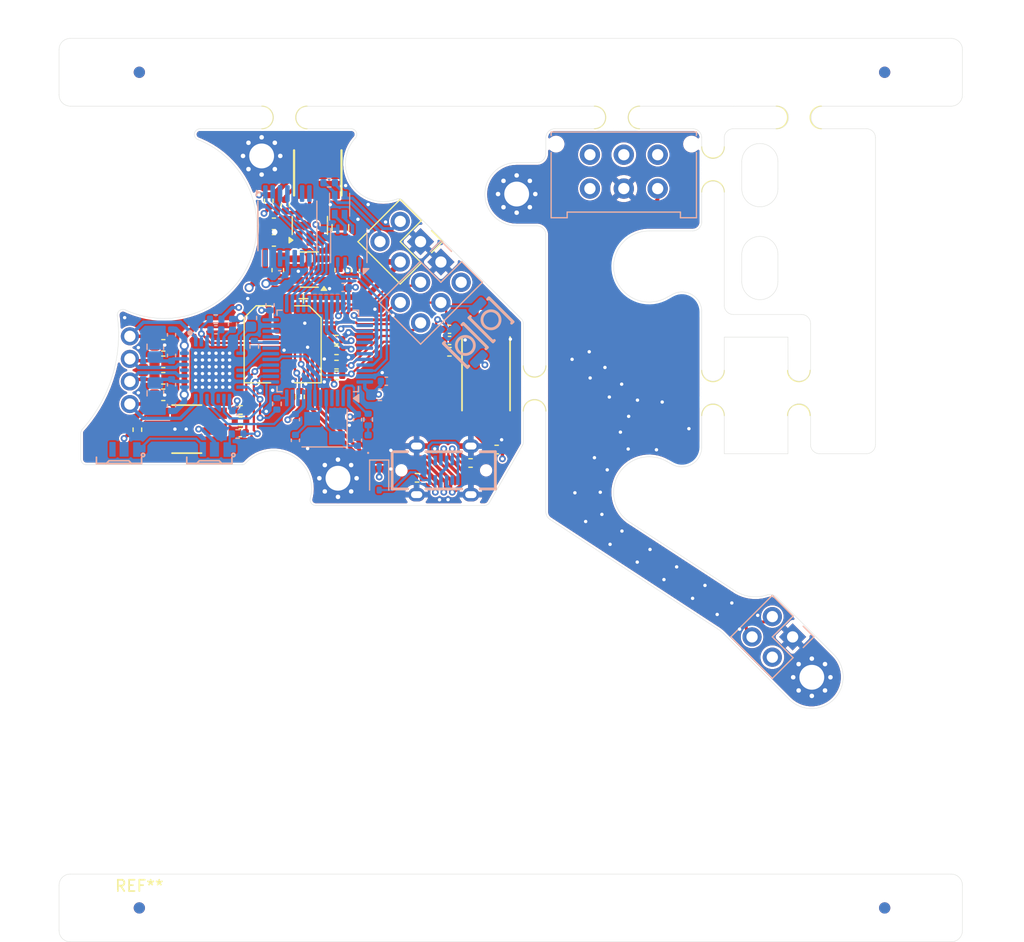
<source format=kicad_pcb>
(kicad_pcb (version 20241229) (generator "pcbnew") (generator_version "9.0")
  (layers (0 "F.Cu" signal) (4 "In1.Cu" signal) (6 "In2.Cu" signal) (2 "B.Cu" signal) (13 "F.Paste" user) (15 "B.Paste" user) (5 "F.SilkS" user "F.Silkscreen") (7 "B.SilkS" user "B.Silkscreen") (1 "F.Mask" user) (3 "B.Mask" user) (25 "Edge.Cuts" user))
  (net 0 "")
  (net 1 "GND")
  (net 2 "Net-(IC1-5VOUT)")
  (net 3 "Net-(IC1-CPI)")
  (net 4 "Net-(IC1-CPO)")
  (net 5 "Net-(IC1-VCP)")
  (net 6 "STEP_1_B2")
  (net 7 "STEP_1_B1")
  (net 8 "STEP_1_A2")
  (net 9 "STEP_1_A1")
  (net 10 "Net-(D5-A)")
  (net 11 "TMC_ENN")
  (net 12 "TMC_DIR")
  (net 13 "TMC_DIAG")
  (net 14 "TMC_UART")
  (net 15 "TMC_STEP")
  (net 21 "Net-(J14-CC2)")
  (net 22 "Net-(J14-CC1)")
  (net 23 "Net-(D6-A)")
  (net 24 "Net-(U2-PA2)")
  (net 26 "AS_SCK")
  (net 28 "DEBUG_SWO")
  (net 30 "TMC_BRB")
  (net 31 "TMC_BRA")
  (net 32 "USB_D-")
  (net 33 "USB_D+")
  (net 34 "CAN_TX")
  (net 35 "CAN_RX")
  (net 36 "CAN_H")
  (net 37 "CAN_L")
  (net 38 "VDC")
  (net 39 "+5V")
  (net 40 "+3V3")
  (net 42 "DEBUG_SWCLK")
  (net 43 "DEBUG_SWDIO")
  (net 44 "BOOT_0")
  (net 45 "BOOT_1")
  (net 46 "NRST")
  (net 47 "HSE_OSC_OUT")
  (net 48 "HSE_OSC_IN")
  (net 49 "AS_NSS")
  (net 50 "LED_0")
  (net 53 "Net-(U7-ANODE)")
  (net 54 "Net-(U3-ANODE)")
  (net 58 "ENDSTOP_Z")
  (net 59 "ENDSTOP_X")
  (net 63 "AS_MISO")
  (net 64 "AS_MOSI")
  (net 73 "LED_DIN")
  (net 74 "Net-(U3-OUTPUT)")
  (net 75 "Net-(U7-OUTPUT)")
  (net 76 "Net-(LED1-DOUT)")
  (net 77 "Net-(U2-PA4)")
  (net 79 "TOOL_ID")
  (net 81 "/MCU/CAN_H_CHOKE")
  (net 82 "/MCU/CAN_L_CHOKE")
  (net 83 "/MCU/DAMPEND_USB_D-")
  (net 84 "/MCU/DAMPEND_USB_D+")
  (net 85 "/Logic/+5V_OUT")
  (net 86 "/Logic/+5V_BST")
  (footprint "Capacitor_SMD:C_0603_1608Metric" (layer "F.Cu") (at 97.915 59.89)
    (property "Reference" "C30" (hide yes))
    (property "Value" "22uF 16V" (hide yes))
  )
  (footprint "Capacitor_SMD:C_0805_2012Metric" (layer "F.Cu") (at 103.8 58.75 90)
    (property "Reference" "C27" (hide yes))
    (property "Value" "10uF 50V" (hide yes))
  )
  (footprint "MountingHole:ToolingHole_1.152mm" (layer "F.Cu") (at 82 119)
    (property "Reference" "REF**" (hide yes))
    (property "Value" "ToolingHole_1.152mm")
  )
  (footprint "Resistor_SMD:R_0402_1005Metric" (layer "F.Cu") (at 117.64 78.41 180)
    (property "Reference" "R5" (hide yes))
    (property "Value" "330R" (hide yes))
  )
  (footprint "Vortac:mouse-bite-2mm-slot" (layer "F.Cu") (at 144.4 49)
    (property "Reference" "mouse-bite-2mm-slot" (hide yes))
    (property "Value" "VAL**" (hide yes))
  )
  (footprint "" (layer "F.Cu") (at 156 45)
    (property "Reference" "")
    (property "Value" "")
  )
  (footprint "Connector_PinHeader_2.54mm:PinHeader_2x02_P2.54mm_Vertical" (layer "F.Cu") (at 110.9 60 -135)
    (property "Reference" "J3" (hide yes))
    (property "Value" "Conn_02x02_Odd_Even" (hide yes))
  )
  (footprint "Vortac:MountingHole_2.2mm_M2_Pad_Via_NTR" (layer "F.Cu") (at 103.59 80.95)
    (property "Reference" "H1" (hide yes))
    (property "Value" "MountingHole_Pad" (hide yes))
  )
  (footprint "Resistor_SMD:R_0402_1005Metric" (layer "F.Cu") (at 110.59 80.91)
    (property "Reference" "R4" (hide yes))
    (property "Value" "5.1K" (hide yes))
  )
  (footprint "Vortac:Motor_Hand_Wire_pads" (layer "F.Cu") (at 85.16 74.38 180)
    (property "Reference" "J15" (hide yes))
    (property "Value" "STEPPER" (hide yes))
  )
  (footprint "NetTie:NetTie-2_SMD_Pad0.5mm" (layer "F.Cu") (at 134.049993 72.925 90)
    (property "Reference" "NT1" (hide yes))
    (property "Value" "NetTie_2" (hide yes))
  )
  (footprint "Resistor_SMD:R_0402_1005Metric" (layer "F.Cu") (at 97.46 56.39 -90)
    (property "Reference" "R14" (hide yes))
    (property "Value" "10K" (hide yes))
  )
  (footprint "Capacitor_SMD:C_0402_1005Metric" (layer "F.Cu") (at 113.47 68.75 180)
    (property "Reference" "C25" (hide yes))
    (property "Value" "0.1uF 50V" (hide yes))
  )
  (footprint "Vortac:SENSOR_EE-SX3350_OMR" (layer "F.Cu") (at 116.7 71.7 90)
    (property "Reference" "U7" (hide yes))
    (property "Value" "EE-SX3350" (hide yes))
  )
  (footprint "Vortac:MountingHole_2.2mm_M2_Pad_Via_NTR" (layer "F.Cu") (at 96.83 52.41)
    (property "Reference" "H2" (hide yes))
    (property "Value" "MountingHole_Pad" (hide yes))
  )
  (footprint "Vortac:mouse-bite-2mm-slot" (layer "F.Cu") (at 98.85 49.001738)
    (property "Reference" "mouse-bite-2mm-slot" (hide yes))
    (property "Value" "VAL**" (hide yes))
  )
  (footprint "Resistor_SMD:R_0402_1005Metric" (layer "F.Cu") (at 85.825 76.65 90)
    (property "Reference" "R6" (hide yes))
    (property "Value" "330R" (hide yes))
  )
  (footprint "Vortac:MountingHole_2.2mm_M2_Pad_Via_NTR" (layer "F.Cu") (at 145.549993 98.575)
    (property "Reference" "H1" (hide yes))
    (property "Value" "MountingHole_Pad" (hide yes))
  )
  (footprint "Package_TO_SOT_SMD:TSOT-23-6" (layer "F.Cu") (at 101.1 58.5675 90)
    (property "Reference" "U6" (hide yes))
    (property "Value" "AP63205WU" (hide yes))
  )
  (footprint "Capacitor_SMD:C_0603_1608Metric" (layer "F.Cu") (at 98.26 62.52 90)
    (property "Reference" "C8" (hide yes))
    (property "Value" "1uF 16V" (hide yes))
  )
  (footprint "Vortac:mouse-bite-2mm-slot" (layer "F.Cu") (at 128.3 49)
    (property "Reference" "mouse-bite-2mm-slot" (hide yes))
    (property "Value" "VAL**" (hide yes))
  )
  (footprint "Capacitor_SMD:CP_Elec_6.3x7.7" (layer "F.Cu") (at 98.69 69.09 -90)
    (property "Reference" "C34" (hide yes))
    (property "Value" "100uF 35V" (hide yes))
  )
  (footprint "Package_TO_SOT_SMD:SOT-23-5" (layer "F.Cu") (at 101.0475 62.47 180)
    (property "Reference" "U1" (hide yes))
    (property "Value" "TLV73333PDBV" (hide yes))
  )
  (footprint "" (layer "F.Cu") (at 86 45)
    (property "Reference" "")
    (property "Value" "")
  )
  (footprint "Capacitor_SMD:C_0603_1608Metric" (layer "F.Cu") (at 88.12 72.1)
    (property "Reference" "C4" (hide yes))
    (property "Value" "470pF 100V" (hide yes))
  )
  (footprint "Vortac:mill-max-0881-1-15-20-82-14-11-0_LandingPads_Simple" (layer "F.Cu") (at 134.049993 66.2)
    (property "Reference" "J3" (hide yes))
    (property "Value" "Conn_01x07" (hide yes))
  )
  (footprint "Capacitor_SMD:C_0402_1005Metric" (layer "F.Cu") (at 113.47 67.76)
    (property "Reference" "C13" (hide yes))
    (property "Value" "0.1uF 50V" (hide yes))
  )
  (footprint "Resistor_SMD:R_0402_1005Metric" (layer "F.Cu") (at 103.46 71.84)
    (property "Reference" "R8" (hide yes))
    (property "Value" "10K" (hide yes))
  )
  (footprint "Resistor_SMD:R_0402_1005Metric" (layer "F.Cu") (at 103.460026 69.61949)
    (property "Reference" "R35" (hide yes))
    (property "Value" "22R" (hide yes))
  )
  (footprint "MountingHole:ToolingHole_1.152mm" (layer "F.Cu") (at 156 119)
    (property "Reference" "REF**" (hide yes))
    (property "Value" "ToolingHole_1.152mm")
  )
  (footprint "Capacitor_SMD:C_0402_1005Metric" (layer "F.Cu") (at 98.93 56.77 90)
    (property "Reference" "C28" (hide yes))
    (property "Value" "0.1uF 50V" (hide yes))
  )
  (footprint "Capacitor_SMD:C_0603_1608Metric" (layer "F.Cu") (at 88.125 69.18)
    (property "Reference" "C9" (hide yes))
    (property "Value" "470pF 100V" (hide yes))
  )
  (footprint "Capacitor_SMD:C_0603_1608Metric" (layer "F.Cu") (at 97.915 58.42)
    (property "Reference" "C31" (hide yes))
    (property "Value" "22uF 16V" (hide yes))
  )
  (footprint "Vortac:mouse-bite-2mm-slot" (layer "F.Cu") (at 121 73 90)
    (property "Reference" "mouse-bite-2mm-slot" (hide yes))
    (property "Value" "VAL**" (hide yes))
  )
  (footprint "Resistor_SMD:R_0402_1005Metric" (layer "F.Cu") (at 115.33 79.6 180)
    (property "Reference" "R3" (hide yes))
    (property "Value" "5.1K" (hide yes))
  )
  (footprint "Capacitor_SMD:C_0603_1608Metric" (layer "F.Cu") (at 103.8375 62.515 90)
    (property "Reference" "C3" (hide yes))
    (property "Value" "1uF 16V" (hide yes))
  )
  (footprint "Vortac:SENSOR_EE-SX4320_OMR" (layer "F.Cu") (at 90.2 76.6)
    (property "Reference" "U3" (hide yes))
    (property "Value" "EE-SX4320" (hide yes))
  )
  (footprint "" (layer "F.Cu") (at 152 45)
    (property "Reference" "")
    (property "Value" "")
  )
  (footprint "" (layer "F.Cu") (at 82 45)
    (property "Reference" "")
    (property "Value" "")
  )
  (footprint "Capacitor_SMD:C_0402_1005Metric" (layer "F.Cu") (at 105.13 62.56 90)
    (property "Reference" "C17" (hide yes))
    (property "Value" "0.1uF 50V" (hide yes))
  )
  (footprint "Resistor_SMD:R_0402_1005Metric" (layer "F.Cu") (at 100.23 73.74 -90)
    (property "Reference" "R9" (hide yes))
    (property "Value" "10K" (hide yes))
  )
  (footprint "Capacitor_SMD:C_0603_1608Metric" (layer "F.Cu") (at 88.12 73.56)
    (property "Reference" "C1" (hide yes))
    (property "Value" "470pF 100V" (hide yes))
  )
  (footprint "Resistor_SMD:R_0402_1005Metric" (layer "F.Cu") (at 103.460026 68.67949)
    (property "Reference" "R36" (hide yes))
    (property "Value" "22R" (hide yes))
  )
  (footprint "" (layer "F.Cu") (at 152 119)
    (property "Reference" "")
    (property "Value" "")
  )
  (footprint "Capacitor_SMD:C_0402_1005Metric" (layer "F.Cu") (at 94.94 76.91)
    (property "Reference" "C19" (hide yes))
    (property "Value" "0.1uF 50V" (hide yes))
  )
  (footprint "Vortac:IND-SMD_L4.0-W4.0_FNR40XXS" (layer "F.Cu") (at 101.8 53.91 90)
    (property "Reference" "L3" (hide yes))
    (property "Value" "4.7uH" (hide yes))
  )
  (footprint "Vortac:mouse-bite-2mm-slot" (layer "F.Cu") (at 144.4 73.4 90)
    (property "Reference" "mouse-bite-2mm-slot" (hide yes))
    (property "Value" "VAL**" (hide yes))
  )
  (footprint "Vortac:VORTAC_Logo_Gold" (layer "F.Cu") (at 109.83 74.1)
    (property "Reference" "X1" (hide yes))
    (property "Value" "Logo Gold" (hide yes))
  )
  (footprint "Vortac:mouse-bite-2mm-slot" (layer "F.Cu") (at 136.799993 73.4 90)
    (property "Reference" "mouse-bite-2mm-slot" (hide yes))
    (property "Value" "VAL**" (hide yes))
  )
  (footprint "Resistor_SMD:R_0402_1005Metric" (layer "F.Cu") (at 113.46 69.75)
    (property "Reference" "R15" (hide yes))
    (property "Value" "1K" (hide yes))
  )
  (footprint "Resistor_SMD:R_0402_1005Metric" (layer "F.Cu") (at 94.96 74.9)
    (property "Reference" "R2" (hide yes))
    (property "Value" "10K" (hide yes))
  )
  (footprint "Vortac:mouse-bite-2mm-slot" (layer "F.Cu") (at 136.8 53.6 90)
    (property "Reference" "mouse-bite-2mm-slot" (hide yes))
    (property "Value" "VAL**" (hide yes))
  )
  (footprint "Resistor_SMD:R_0402_1005Metric" (layer "F.Cu") (at 103.46 70.89 180)
    (property "Reference" "R11" (hide yes))
    (property "Value" "10K" (hide yes))
  )
  (footprint "Resistor_SMD:R_0402_1005Metric" (layer "F.Cu") (at 94.96 75.91 180)
    (property "Reference" "R1" (hide yes))
    (property "Value" "1K" (hide yes))
  )
  (footprint "Capacitor_SMD:C_0603_1608Metric" (layer "F.Cu") (at 88.12 70.64)
    (property "Reference" "C6" (hide yes))
    (property "Value" "470pF 100V" (hide yes))
  )
  (footprint "Vortac:MountingHole_2.2mm_M2_Pad_Via_NTR" (layer "F.Cu") (at 119.413267 55.783274)
    (property "Reference" "H2" (hide yes))
    (property "Value" "MountingHole_Pad" (hide yes))
  )
  (footprint "Fiducial:Fiducial_1mm_Mask2mm" (layer "F.Cu") (at 86 119)
    (property "Reference" "REF**")
    (property "Value" "Fiducial_1mm_Mask2mm")
  )
  (footprint "Vortac:USB-C-SMD_TYPEC-303-ACP16" (layer "B.Cu") (at 112.956 80.251)
    (property "Reference" "J14" (hide yes))
    (property "Value" "918-418K2023S40001" (hide yes))
  )
  (footprint "Diode_SMD:D_SOD-323" (layer "B.Cu") (at 107.24 80.9475 -90)
    (property "Reference" "D5" (hide yes))
    (property "Value" "D_Schottky" (hide yes))
  )
  (footprint "Vortac:KEY-SMD_B3U-1000PM" (layer "B.Cu") (at 117.14 66.92 -45)
    (property "Reference" "SW2" (hide yes))
    (property "Value" "Reset" (hide yes))
  )
  (footprint "Resistor_SMD:R_0402_1005Metric" (layer "B.Cu") (at 98.18 74.36 -90)
    (property "Reference" "R13" (hide yes))
    (property "Value" "1K" (hide yes))
  )
  (footprint "Resistor_SMD:R_0402_1005Metric" (layer "B.Cu") (at 102.81 54.78 180)
    (property "Reference" "R10" (hide yes))
    (property "Value" "115R" (hide yes))
  )
  (footprint "Capacitor_SMD:C_0402_1005Metric" (layer "B.Cu") (at 97.575 65.6 -90)
    (property "Reference" "C38" (hide yes))
    (property "Value" "0.1uF 50V" (hide yes))
  )
  (footprint "Capacitor_SMD:C_0603_1608Metric" (layer "B.Cu") (at 107.31 73.56 180)
    (property "Reference" "C40" (hide yes))
    (property "Value" "4.7uF 50V" (hide yes))
  )
  (footprint "Capacitor_SMD:C_0402_1005Metric" (layer "B.Cu") (at 88.85 68.25 90)
    (property "Reference" "C29" (hide yes))
    (property "Value" "0.1uF 50V" (hide yes))
  )
  (footprint "Package_SO:TSSOP-14_4.4x5mm_P0.65mm" (layer "B.Cu") (at 99.11 58.6 -90)
    (property "Reference" "U5" (hide yes))
    (property "Value" "AS5047D" (hide yes))
  )
  (footprint "Resistor_SMD:R_0402_1005Metric" (layer "B.Cu") (at 94.7 77.03)
    (property "Reference" "R7" (hide yes))
    (property "Value" "115R" (hide yes))
  )
  (footprint "Capacitor_SMD:C_0402_1005Metric" (layer "B.Cu") (at 105.32 75.76 90)
    (property "Reference" "C39" (hide yes))
    (property "Value" "0.1uF 50V" (hide yes))
  )
  (footprint "Capacitor_SMD:C_0402_1005Metric" (layer "B.Cu") (at 102.32 58.42 90)
    (property "Reference" "C35" (hide yes))
    (property "Value" "0.1uF 50V" (hide yes))
  )
  (footprint "Vortac:L_CommonModeChoke_Coilcraft_0805USB" (layer "B.Cu") (at 103.735 56.73)
    (property "Reference" "L1" (hide yes))
    (property "Value" "Common Choke" (hide yes))
  )
  (footprint "" (layer "B.Cu") (at 152 45)
    (property "Reference" "")
    (property "Value" "")
  )
  (footprint "Vortac:KEY-SMD_B3U-1000PM" (layer "B.Cu") (at 114.867918 69.187918 -45)
    (property "Reference" "SW1" (hide yes))
    (property "Value" "Boot" (hide yes))
  )
  (footprint "Resistor_SMD:R_0402_1005Metric" (layer "B.Cu") (at 92.76 66.87)
    (property "Reference" "R32" (hide yes))
    (property "Value" "10K" (hide yes))
  )
  (footprint "Capacitor_SMD:C_0402_1005Metric" (layer "B.Cu") (at 98.44 62.93)
    (property "Reference" "C15" (hide yes))
    (property "Value" "0.1uF 50V" (hide yes))
  )
  (footprint "" (layer "B.Cu") (at 152 119)
    (property "Reference" "")
    (property "Value" "")
  )
  (footprint "Connector_PinSocket_2.54mm:PinSocket_2x03_P2.54mm_Vertical" (layer "B.Cu") (at 112.703949 61.803949 135)
    (property "Reference" "J1" (hide yes))
    (property "Value" "DEBUG" (hide yes))
  )
  (footprint "LED_SMD:LED_0402_1005Metric" (layer "B.Cu") (at 106.26 77.615 90)
    (property "Reference" "D6" (hide yes))
    (property "Value" "LED_Small" (hide yes))
  )
  (footprint "Vortac:LED-SMD_4P-L4.0-W1.6-L" (layer "B.Cu") (at 84.2 78.4 180)
    (property "Reference" "LED2" (hide yes))
    (property "Value" "SK6812SIDE-A-RVS" (hide yes))
  )
  (footprint "Resistor_SMD:R_0402_1005Metric" (layer "B.Cu") (at 106.26 75.75 90)
    (property "Reference" "R38" (hide yes))
    (property "Value" "22R" (hide yes))
  )
  (footprint "Capacitor_SMD:C_0402_1005Metric" (layer "B.Cu") (at 88.85 74.51 -90)
    (property "Reference" "C26" (hide yes))
    (property "Value" "0.1uF 50V" (hide yes))
  )
  (footprint "Connector_PinSocket_2.54mm:PinSocket_2x02_P2.54mm_Vertical" (layer "B.Cu") (at 143.849993 95 45)
    (property "Reference" "J1" (hide yes))
    (property "Value" "Conn_02x02_Odd_Even" (hide yes))
  )
  (footprint "Capacitor_SMD:C_0402_1005Metric" (layer "B.Cu") (at 92.78 67.8 180)
    (property "Reference" "C23" (hide yes))
    (property "Value" "22nF 50V" (hide yes))
  )
  (footprint "Capacitor_SMD:C_0603_1608Metric" (layer "B.Cu") (at 95.875 66.75 90)
    (property "Reference" "C22" (hide yes))
    (property "Value" "4.7uF 50V" (hide yes))
  )
  (footprint "" (layer "B.Cu") (at 86 119)
    (property "Reference" "")
    (property "Value" "")
  )
  (footprint "" (layer "B.Cu") (at 86 45)
    (property "Reference" "")
    (property "Value" "")
  )
  (footprint "Capacitor_SMD:C_0402_1005Metric" (layer "B.Cu") (at 94.25 67.325 90)
    (property "Reference" "C24" (hide yes))
    (property "Value" "0.1uF 50V" (hide yes))
  )
  (footprint "Capacitor_SMD:C_0402_1005Metric" (layer "B.Cu") (at 104.05 64.05)
    (property "Reference" "C36" (hide yes))
    (property "Value" "0.1uF 50V" (hide yes))
  )
  (footprint "Capacitor_SMD:C_0402_1005Metric" (layer "B.Cu") (at 88.85 70.08 90)
    (property "Reference" "C2" (hide yes))
    (property "Value" "0.1uF 50V" (hide yes))
  )
  (footprint "Capacitor_SMD:C_0402_1005Metric" (layer "B.Cu") (at 105.32 77.59 90)
    (property "Reference" "C42" (hide yes))
    (property "Value" "16pF 50V" (hide yes))
  )
  (footprint "Resistor_SMD:R_0805_2012Metric" (layer "B.Cu") (at 87.42 73.4325 90)
    (property "Reference" "R34" (hide yes))
    (property "Value" "0.22R 1%" (hide yes))
  )
  (footprint "Capacitor_SMD:C_0402_1005Metric" (layer "B.Cu") (at 99.82 75.75 90)
    (property "Reference" "C33" (hide yes))
    (property "Value" "0.1uF 50V" (hide yes))
  )
  (footprint "Capacitor_SMD:C_0402_1005Metric" (layer "B.Cu") (at 99.82 77.59 -90)
    (property "Reference" "C43" (hide yes))
    (property "Value" "16pF 50V" (hide yes))
  )
  (footprint "Resistor_SMD:R_0805_2012Metric" (layer "B.Cu") (at 87.415 69.3075 -90)
    (property "Reference" "R30" (hide yes))
    (property "Value" "0.22R 1%" (hide yes))
  )
  (footprint "Resistor_SMD:R_0402_1005Metric" (layer "B.Cu") (at 96.18 69.28 -90)
    (property "Reference" "R12" (hide yes))
    (property "Value" "10K" (hide yes))
  )
  (footprint "Capacitor_SMD:C_0402_1005Metric" (layer "B.Cu") (at 107.87 72.36 180)
    (property "Reference" "C37" (hide yes))
    (property "Value" "0.1uF 50V" (hide yes))
  )
  (footprint "Crystal:Crystal_SMD_3225-4Pin_3.2x2.5mm" (layer "B.Cu") (at 102.4 76.53 180)
    (property "Reference" "Y1" (hide yes))
    (property "Value" "8MHz" (hide yes))
  )
  (footprint "Vortac:HVSON-8-1EP_3x3mm_P0.65mm_EP1.6x2.4mm" (layer "B.Cu") (at 104.545 60.35 90)
    (property "Reference" "U8" (hide yes))
    (property "Value" "TJA1044GTK/3Z" (hide yes))
  )
  (footprint "Vortac:LED-SMD_4P-L4.0-W1.6-L" (layer "B.Cu") (at 92.2 78.4 180)
    (property "Reference" "LED1" (hide yes))
    (property "Value" "SK6812SIDE-A-RVS" (hide yes))
  )
  (footprint "Vortac:Molex_Micro-Fit_3.0_43045-0612_2x03_P3.00mm_Vertical" (layer "B.Cu") (at 125.899993 55.3)
    (property "Reference" "J2" (hide yes))
    (property "Value" "Conn_02x03_Odd_Even" (hide yes))
  )
  (footprint "Vortac:tmc_2209_package" (layer "B.Cu") (at 92.49 71.38 -90)
    (property "Reference" "IC1" (hide yes))
    (property "Value" "TMC2209-LA" (hide yes))
  )
  (footprint "Capacitor_SMD:C_0402_1005Metric" (layer "B.Cu") (at 88.85 72.67 -90)
    (property "Reference" "C10" (hide yes))
    (property "Value" "0.1uF 50V" (hide yes))
  )
  (footprint "Capacitor_SMD:C_0402_1005Metric" (layer "B.Cu") (at 94.71 74.98)
    (property "Reference" "C21" (hide yes))
    (property "Value" "0.1uF 50V" (hide yes))
  )
  (footprint "Package_QFP:LQFP-48_7x7mm_P0.5mm" (layer "B.Cu") (at 101.8 69.675 90)
    (property "Reference" "U2" (hide yes))
    (property "Value" "STM32F103C8T6" (hide yes))
  )
  (gr_line (start 120 74.950954) (end 120 77.7867) (stroke (width 0.03)) (layer "Edge.Cuts"))
  (gr_line (start 138.6 66.449709) (end 144.6366 66.449709) (stroke (width 0.03)) (layer "Edge.Cuts"))
  (gr_line (start 158.888474 47) (end 158.888474 42.992789) (stroke (width 0.03)) (layer "Edge.Cuts"))
  (gr_line (start 135.799993 71.349009) (end 135.799993 66.191634) (stroke (width 0.03)) (layer "Edge.Cuts"))
  (gr_arc (start 146.4933 50) (mid 145.4933 49) (end 146.4933 48) (stroke (width 0.03)) (layer "Edge.Cuts"))
  (gr_arc (start 84.054658 66.562615) (mid 84.25411 66.094744) (end 84.760146 66.043615) (stroke (width 0.03)) (layer "Edge.Cuts"))
  (gr_arc (start 101.6179 83.362178) (mid 101.221092 83.166374) (end 101.135023 82.732308) (stroke (width 0.03)) (layer "Edge.Cuts"))
  (gr_line (start 142.549993 55.312427) (end 142.549993 52.905951) (stroke (width 0.03)) (layer "Edge.Cuts"))
  (gr_line (start 142.4933 50) (end 138.596654 50) (stroke (width 0.03)) (layer "Edge.Cuts"))
  (gr_arc (start 104.7605 50) (mid 105.218115 50.298535) (end 105.129288 50.837659) (stroke (width 0.03)) (layer "Edge.Cuts"))
  (gr_arc (start 137.799993 71.349) (mid 136.799993 72.349009) (end 135.799993 71.349009) (stroke (width 0.03)) (layer "Edge.Cuts"))
  (gr_arc (start 100.881 50) (mid 99.881439 49.029626) (end 100.940065 48.001747) (stroke (width 0.03)) (layer "Edge.Cuts"))
  (gr_line (start 147.505177 96.567223) (end 142.409731 91.471778) (stroke (width 0.03)) (layer "Edge.Cuts"))
  (gr_line (start 143.436618 75.349009) (end 143.436618 78.776709) (stroke (width 0.03)) (layer "Edge.Cuts"))
  (gr_line (start 137.799993 55.64983) (end 137.799993 65.6497) (stroke (width 0.03)) (layer "Edge.Cuts"))
  (gr_arc (start 95.429306 79.59984) (mid 99.512189 78.925629) (end 101.135023 82.732308) (stroke (width 0.03)) (layer "Edge.Cuts"))
  (gr_line (start 139.349993 61.137282) (end 139.349993 63.537277) (stroke (width 0.03)) (layer "Edge.Cuts"))
  (gr_arc (start 139.349993 61.137282) (mid 140.949993 59.537282) (end 142.549993 61.132241) (stroke (width 0.03)) (layer "Edge.Cuts"))
  (gr_line (start 120 70.946108) (end 119.999979 67.2192) (stroke (width 0.03)) (layer "Edge.Cuts"))
  (gr_line (start 79.8885 122) (end 157.888474 122) (stroke (width 0.03)) (layer "Edge.Cuts"))
  (gr_line (start 121.199993 53) (end 119.4 53) (stroke (width 0.03)) (layer "Edge.Cuts"))
  (gr_arc (start 126.270531 48) (mid 127.2706 49) (end 126.2706 50) (stroke (width 0.03)) (layer "Edge.Cuts"))
  (gr_arc (start 120 77.7867) (mid 119.982612 77.917511) (end 119.935259 78.03292) (stroke (width 0.03)) (layer "Edge.Cuts"))
  (gr_arc (start 133.21262 64.663335) (mid 134.946161 64.696856) (end 135.799993 66.191634) (stroke (width 0.03)) (layer "Edge.Cuts"))
  (gr_line (start 143.436618 68.449709) (end 143.443368 71.465301) (stroke (width 0.03)) (layer "Edge.Cuts"))
  (gr_arc (start 135.799993 78.2) (mid 134.941195 79.70607) (end 133.212628 79.736648) (stroke (width 0.03)) (layer "Edge.Cuts"))
  (gr_line (start 135.799993 55.996497) (end 135.799993 58.25) (stroke (width 0.03)) (layer "Edge.Cuts"))
  (gr_arc (start 135 50) (mid 135.565683 50.234312) (end 135.799993 50.803346) (stroke (width 0.03)) (layer "Edge.Cuts"))
  (gr_arc (start 146.2366 78.776709) (mid 145.670918 78.542401) (end 145.436618 77.970251) (stroke (width 0.03)) (layer "Edge.Cuts"))
  (gr_arc (start 121.999993 50.8) (mid 122.234307 50.234312) (end 122.796654 50) (stroke (width 0.03)) (layer "Edge.Cuts"))
  (gr_line (start 137.799993 51.64983) (end 137.799993 50.8) (stroke (width 0.03)) (layer "Edge.Cuts"))
  (gr_arc (start 79.8885 122) (mid 79.181384 121.707098) (end 78.8885 121) (stroke (width 0.03)) (layer "Edge.Cuts"))
  (gr_line (start 96.877537 49.999994) (end 91.374899 50) (stroke (width 0.03)) (layer "Edge.Cuts"))
  (gr_arc (start 132.657265 64.965966) (mid 128.097528 62.977709) (end 131.149993 59.050016) (stroke (width 0.03)) (layer "Edge.Cuts"))
  (gr_arc (start 137.215484 94.298127) (mid 137.495322 94.502271) (end 137.752503 94.734145) (stroke (width 0.03)) (layer "Edge.Cuts"))
  (gr_arc (start 135.799993 58.25) (mid 135.56709 58.814267) (end 135 59.049989) (stroke (width 0.03)) (layer "Edge.Cuts"))
  (gr_line (start 80.82 76.9438) (end 80.82 79.262178) (stroke (width 0.03)) (layer "Edge.Cuts"))
  (gr_arc (start 157.8885 116) (mid 158.595598 116.292884) (end 158.888474 116.992789) (stroke (width 0.03)) (layer "Edge.Cuts"))
  (gr_line (start 143.436618 78.776709) (end 137.799993 78.776709) (stroke (width 0.03)) (layer "Edge.Cuts"))
  (gr_line (start 109.329931 56.341969) (end 109.32993 56.34197) (stroke (width 0.03)) (layer "Edge.Cuts"))
  (gr_arc (start 79.8885 48) (mid 79.181384 47.707098) (end 78.8885 47) (stroke (width 0.03)) (layer "Edge.Cuts"))
  (gr_arc (start 95.429306 79.59984) (mid 95.259535 79.72094) (end 95.068112 79.762178) (stroke (width 0.03)) (layer "Edge.Cuts"))
  (gr_arc (start 81.32 79.762178) (mid 80.966454 79.61573) (end 80.82 79.262178) (stroke (width 0.03)) (layer "Edge.Cuts"))
  (gr_line (start 119.4 58.6) (end 121.2 58.6) (stroke (width 0.03)) (layer "Edge.Cuts"))
  (gr_arc (start 120 74.950954) (mid 120.999999 73.950955) (end 121.999998 74.950954) (stroke (width 0.03)) (layer "Edge.Cuts"))
  (gr_line (start 116.5698 83.362182) (end 116.5698 83.362178) (stroke (width 0.03)) (layer "Edge.Cuts"))
  (gr_line (start 157.8885 42) (end 79.881289 42) (stroke (width 0.03)) (layer "Edge.Cuts"))
  (gr_arc (start 139.349993 52.9124) (mid 140.949998 51.312393) (end 142.549993 52.905951) (stroke (width 0.03)) (layer "Edge.Cuts"))
  (gr_arc (start 108.797639 56.228581) (mid 109.080565 56.206503) (end 109.329931 56.341969) (stroke (width 0.03)) (layer "Edge.Cuts"))
  (gr_arc (start 137.799993 50.8) (mid 138.034307 50.234312) (end 138.596654 50) (stroke (width 0.03)) (layer "Edge.Cuts"))
  (gr_line (start 157.8885 116) (end 79.881289 116) (stroke (width 0.03)) (layer "Edge.Cuts"))
  (gr_arc (start 80.82 76.9438) (mid 80.85297 76.765241) (end 80.947556 76.61025) (stroke (width 0.03)) (layer "Edge.Cuts"))
  (gr_arc (start 119.85348 66.86552) (mid 119.961917 67.027789) (end 119.999936 67.2192) (stroke (width 0.03)) (layer "Edge.Cuts"))
  (gr_line (start 146.4933 50) (end 150.3866 50) (stroke (width 0.03)) (layer "Edge.Cuts"))
  (gr_arc (start 91.192436 50.965517) (mid 90.883597 50.407153) (end 91.374899 50) (stroke (width 0.03)) (layer "Edge.Cuts"))
  (gr_arc (start 138.6 66.449709) (mid 138.034309 66.215392) (end 137.799993 65.6497) (stroke (width 0.03)) (layer "Edge.Cuts"))
  (gr_arc (start 141.597992 91.281832) (mid 142.035747 91.263934) (end 142.409731 91.471778) (stroke (width 0.03)) (layer "Edge.Cuts"))
  (gr_line (start 135.799993 75.349009) (end 135.799993 78.2) (stroke (width 0.03)) (layer "Edge.Cuts"))
  (gr_arc (start 144.6366 66.449709) (mid 145.202289 66.68403) (end 145.436618 67.249709) (stroke (width 0.03)) (layer "Edge.Cuts"))
  (gr_line (start 137.752503 94.734145) (end 143.545315 100.526957) (stroke (width 0.03)) (layer "Edge.Cuts"))
  (gr_line (start 81.32 79.762178) (end 95.068112 79.762178) (stroke (width 0.03)) (layer "Edge.Cuts"))
  (gr_line (start 137.799993 78.776709) (end 137.799993 75.349009) (stroke (width 0.03)) (layer "Edge.Cuts"))
  (gr_line (start 119.999979 67.2192) (end 119.999936 67.2192) (stroke (width 0.03)) (layer "Edge.Cuts"))
  (gr_line (start 146.2366 78.776709) (end 150.390177 78.776709) (stroke (width 0.03)) (layer "Edge.Cuts"))
  (gr_line (start 145.436618 71.349) (end 145.436618 67.249709) (stroke (width 0.03)) (layer "Edge.Cuts"))
  (gr_line (start 137.799993 68.449709) (end 143.436618 68.449709) (stroke (width 0.03)) (layer "Edge.Cuts"))
  (gr_line (start 78.888474 43) (end 78.888474 47) (stroke (width 0.03)) (layer "Edge.Cuts"))
  (gr_line (start 132.657265 79.434027) (end 132.657272 79.434015) (stroke (width 0.03)) (layer "Edge.Cuts"))
  (gr_line (start 78.8885 47) (end 78.888474 47) (stroke (width 0.03)) (layer "Edge.Cuts"))
  (gr_line (start 138.718242 90.904829) (end 129.427601 84.837386) (stroke (width 0.03)) (layer "Edge.Cuts"))
  (gr_line (start 130.2706 48) (end 138.674993 48) (stroke (width 0.03)) (layer "Edge.Cuts"))
  (gr_line (start 151.1866 50.8) (end 151.186618 50.8) (stroke (width 0.03)) (layer "Edge.Cuts"))
  (gr_arc (start 91.192436 50.965517) (mid 95.742367 61.817561) (end 84.760146 66.043615) (stroke (width 0.03)) (layer "Edge.Cuts"))
  (gr_arc (start 121.999997 70.9509) (mid 120.999998 71.950954) (end 120 70.946108) (stroke (width 0.03)) (layer "Edge.Cuts"))
  (gr_line (start 151.186618 77.9767) (end 151.186618 50.8) (stroke (width 0.03)) (layer "Edge.Cuts"))
  (gr_line (start 126.2706 50) (end 122.796654 50) (stroke (width 0.03)) (layer "Edge.Cuts"))
  (gr_arc (start 158.888474 121) (mid 158.595579 121.707098) (end 157.888474 122) (stroke (width 0.03)) (layer "Edge.Cuts"))
  (gr_arc (start 119.4 58.6) (mid 116.6 55.8) (end 119.4 53) (stroke (width 0.03)) (layer "Edge.Cuts"))
  (gr_line (start 131.149993 59.050016) (end 131.149993 59.049989) (stroke (width 0.03)) (layer "Edge.Cuts"))
  (gr_arc (start 121.999993 52.2) (mid 121.765678 52.765683) (end 121.199993 53) (stroke (width 0.03)) (layer "Edge.Cuts"))
  (gr_line (start 130.2706 50) (end 135 50) (stroke (width 0.03)) (layer "Edge.Cuts"))
  (gr_line (start 137.799993 71.349) (end 137.799993 68.449709) (stroke (width 0.03)) (layer "Edge.Cuts"))
  (gr_arc (start 158.888474 47) (mid 158.595579 47.707098) (end 157.888474 48) (stroke (width 0.03)) (layer "Edge.Cuts"))
  (gr_arc (start 78.888474 117) (mid 79.181366 116.292884) (end 79.881289 116) (stroke (width 0.03)) (layer "Edge.Cuts"))
  (gr_arc (start 142.549993 63.5373) (mid 140.949998 65.137293) (end 139.349993 63.537277) (stroke (width 0.03)) (layer "Edge.Cuts"))
  (gr_line (start 96.881 48) (end 79.8885 48) (stroke (width 0.03)) (layer "Edge.Cuts"))
  (gr_arc (start 135.799993 55.64983) (mid 136.799993 54.64983) (end 137.799993 55.64983) (stroke (width 0.03)) (layer "Edge.Cuts"))
  (gr_line (start 121.999997 70.9509) (end 121.999994 59.396654) (stroke (width 0.03)) (layer "Edge.Cuts"))
  (gr_line (start 133.21262 64.663335) (end 132.657265 64.965966) (stroke (width 0.03)) (layer "Edge.Cuts"))
  (gr_line (start 142.549993 63.5373) (end 142.549993 61.132241) (stroke (width 0.03)) (layer "Edge.Cuts"))
  (gr_arc (start 96.881 48) (mid 97.880998 49.001738) (end 96.877537 49.999994) (stroke (width 0.03)) (layer "Edge.Cuts"))
  (gr_arc (start 142.4933 48) (mid 143.4933 49) (end 142.4933 50) (stroke (width 0.03)) (layer "Edge.Cuts"))
  (gr_arc (start 135.799993 75.349009) (mid 136.799993 74.349009) (end 137.799993 75.349009) (stroke (width 0.03)) (layer "Edge.Cuts"))
  (gr_line (start 135.799993 55.64983) (end 135.799993 55.996497) (stroke (width 0.03)) (layer "Edge.Cuts"))
  (gr_line (start 121.999998 74.950954) (end 122 83.931877) (stroke (width 0.03)) (layer "Edge.Cuts"))
  (gr_arc (start 145.436618 71.349) (mid 144.4947 72.347329) (end 143.443368 71.465301) (stroke (width 0.03)) (layer "Edge.Cuts"))
  (gr_line (start 146.4933 48) (end 157.888474 48) (stroke (width 0.03)) (layer "Edge.Cuts"))
  (gr_arc (start 121.2 58.6) (mid 121.765684 58.834311) (end 121.999994 59.396654) (stroke (width 0.03)) (layer "Edge.Cuts"))
  (gr_line (start 135.799993 50.803346) (end 135.799993 51.64983) (stroke (width 0.03)) (layer "Edge.Cuts"))
  (gr_arc (start 150.3866 50) (mid 150.952292 50.234321) (end 151.1866 50.8) (stroke (width 0.03)) (layer "Edge.Cuts"))
  (gr_arc (start 137.799993 51.64983) (mid 136.799993 52.64983) (end 135.799993 51.64983) (stroke (width 0.03)) (layer "Edge.Cuts"))
  (gr_arc (start 122.36256 84.598121) (mid 122.097448 84.310968) (end 122 83.931877) (stroke (width 0.03)) (layer "Edge.Cuts"))
  (gr_arc (start 143.436618 75.349009) (mid 144.436618 74.349009) (end 145.436618 75.349009) (stroke (width 0.03)) (layer "Edge.Cuts"))
  (gr_arc (start 141.597992 91.281832) (mid 140.115138 91.421632) (end 138.718242 90.904829) (stroke (width 0.03)) (layer "Edge.Cuts"))
  (gr_line (start 139.349993 52.9124) (end 139.349993 55.312427) (stroke (width 0.03)) (layer "Edge.Cuts"))
  (gr_arc (start 142.549993 55.312427) (mid 140.949993 56.912427) (end 139.349993 55.312427) (stroke (width 0.03)) (layer "Edge.Cuts"))
  (gr_arc (start 108.797639 56.228581) (mid 104.830407 54.984597) (end 105.129288 50.837659) (stroke (width 0.03)) (layer "Edge.Cuts"))
  (gr_line (start 100.940065 48.001747) (end 126.270531 48) (stroke (width 0.03)) (layer "Edge.Cuts"))
  (gr_line (start 78.8885 121) (end 78.888474 121) (stroke (width 0.03)) (layer "Edge.Cuts"))
  (gr_line (start 142.4933 48) (end 138.674993 48) (stroke (width 0.03)) (layer "Edge.Cuts"))
  (gr_line (start 100.881 50) (end 104.7605 50) (stroke (width 0.03)) (layer "Edge.Cuts"))
  (gr_line (start 117.002711 83.112241) (end 119.935259 78.03292) (stroke (width 0.03)) (layer "Edge.Cuts"))
  (gr_arc (start 151.186618 77.9767) (mid 150.952301 78.542395) (end 150.390177 78.776709) (stroke (width 0.03)) (layer "Edge.Cuts"))
  (gr_line (start 132.657272 79.434015) (end 133.212628 79.736648) (stroke (width 0.03)) (layer "Edge.Cuts"))
  (gr_line (start 121.999993 50.8) (end 121.999993 52.2) (stroke (width 0.03)) (layer "Edge.Cuts"))
  (gr_line (start 131.149993 59.049989) (end 135 59.049989) (stroke (width 0.03)) (layer "Edge.Cuts"))
  (gr_arc (start 130.2706 50) (mid 129.2706 49) (end 130.2706 48) (stroke (width 0.03)) (layer "Edge.Cuts"))
  (gr_arc (start 117.002711 83.112241) (mid 116.819741 83.295211) (end 116.5698 83.362182) (stroke (width 0.03)) (layer "Edge.Cuts"))
  (gr_arc (start 147.505177 96.567223) (mid 147.505127 100.527027) (end 143.545315 100.526957) (stroke (width 0.03)) (layer "Edge.Cuts"))
  (gr_line (start 145.436618 77.970251) (end 145.436618 75.349009) (stroke (width 0.03)) (layer "Edge.Cuts"))
  (gr_arc (start 78.888474 43) (mid 79.181366 42.292884) (end 79.881289 42) (stroke (width 0.03)) (layer "Edge.Cuts"))
  (gr_arc (start 84.054658 66.562615) (mid 83.59957 71.926117) (end 80.947556 76.61025) (stroke (width 0.03)) (layer "Edge.Cuts"))
  (gr_line (start 101.6179 83.362178) (end 116.5698 83.362178) (stroke (width 0.03)) (layer "Edge.Cuts"))
  (gr_line (start 122.36256 84.598121) (end 137.215484 94.298127) (stroke (width 0.03)) (layer "Edge.Cuts"))
  (gr_line (start 119.85348 66.86552) (end 109.32993 56.34197) (stroke (width 0.03)) (layer "Edge.Cuts"))
  (gr_arc (start 129.427601 84.837386) (mid 128.446181 80.583886) (end 132.657265 79.434027) (stroke (width 0.03)) (layer "Edge.Cuts"))
  (gr_line (start 78.888474 117) (end 78.888474 121) (stroke (width 0.03)) (layer "Edge.Cuts"))
  (gr_line (start 158.888474 121) (end 158.888474 116.992789) (stroke (width 0.03)) (layer "Edge.Cuts"))
  (gr_arc (start 157.8885 42) (mid 158.595598 42.292884) (end 158.888474 42.992789) (stroke (width 0.03)) (layer "Edge.Cuts"))
  (segment (start 115.356 82.401) (end 114.974936 82.782064) (width 0.3) (layer "F.Cu") (net 1))
  (segment (start 87.65 78) (end 87.65 76.6) (width 0.3) (layer "F.Cu") (net 1))
  (segment (start 90.15 76.6) (end 91.55 78) (width 0.3) (layer "F.Cu") (net 1))
  (segment (start 101.85 62.33) (end 102.91 62.33) (width 0.3) (layer "F.Cu") (net 1))
  (segment (start 118.1 76.199999) (end 116.7 76.199999) (width 0.3) (layer "F.Cu") (net 1))
  (segment (start 105.13 62.08) (end 104.79 61.74) (width 0.3) (layer "F.Cu") (net 1))
  (segment (start 93.37 78) (end 92.75 78) (width 0.3) (layer "F.Cu") (net 1))
  (segment (start 102.91 70.93) (end 102.95 70.89) (width 0.3) (layer "F.Cu") (net 1))
  (segment (start 118.08 76.219999) (end 118.1 76.199999) (width 0.3) (layer "F.Cu") (net 1))
  (segment (start 94.46 76.91) (end 93.37 78) (width 0.3) (layer "F.Cu") (net 1))
  (segment (start 89.15 76.6) (end 87.65 76.6) (width 0.3) (layer "F.Cu") (net 1))
  (segment (start 110.556 82.401) (end 110.932122 82.777122) (width 0.3) (layer "F.Cu") (net 1))
  (segment (start 102.91 62.33) (end 103.5 61.74) (width 0.3) (layer "F.Cu") (net 1))
  (segment (start 104.79 61.74) (end 103.8375 61.74) (width 0.3) (layer "F.Cu") (net 1))
  (segment (start 102.45 70.39) (end 102.95 70.89) (width 0.3) (layer "F.Cu") (net 1))
  (segment (start 118.08 77.54) (end 118.08 76.219999) (width 0.3) (layer "F.Cu") (net 1))
  (segment (start 102.38 70.39) (end 102.45 70.39) (width 0.3) (layer "F.Cu") (net 1))
  (segment (start 91.55 78) (end 92.75 78) (width 0.3) (layer "F.Cu") (net 1))
  (via (at 88.25 69.16011) (size 0.6) (drill 0.3) (layers "F.Cu" "B.Cu") (net 1))
  (via (at 126.816993 82.19) (size 0.6) (drill 0.3) (layers "F.Cu" "B.Cu") (net 1))
  (via (at 106.26 59.07) (size 0.6) (drill 0.3) (layers "F.Cu" "B.Cu") (net 1))
  (via (at 124.569993 82.24) (size 0.6) (drill 0.3) (layers "F.Cu" "B.Cu") (net 1))
  (via (at 126.300614 79.130621) (size 0.6) (drill 0.3) (layers "F.Cu" "B.Cu") (net 1))
  (via (at 100.08 62.62) (size 0.6) (drill 0.3) (layers "F.Cu" "B.Cu") (net 1))
  (via (at 99.6 72.368009) (size 0.6) (drill 0.3) (layers "F.Cu" "B.Cu") (net 1))
  (via (at 85.910002 73.379998) (size 0.6) (drill 0.3) (layers "F.Cu" "B.Cu") (net 1))
  (via (at 131.791992 78.428001) (size 0.6) (drill 0.3) (layers "F.Cu" "B.Cu") (net 1))
  (via (at 107.80512 58.259118) (size 0.6) (drill 0.3) (layers "F.Cu" "B.Cu") (net 1))
  (via (at 104.520026 70.23949) (size 0.6) (drill 0.3) (layers "F.Cu" "B.Cu") (net 1))
  (via (at 125.919993 72.07) (size 0.6) (drill 0.3) (layers "F.Cu" "B.Cu") (net 1))
  (via (at 97.24 75.03) (size 0.6) (drill 0.3) (layers "F.Cu" "B.Cu") (net 1))
  (via (at 129.329993 75.47) (size 0.6) (drill 0.3) (layers "F.Cu" "B.Cu") (net 1))
  (via (at 133.579861 88.797973) (size 0.6) (drill 0.3) (layers "F.Cu" "B.Cu") (net 1))
  (via (at 84.7 66.73) (size 0.6) (drill 0.3) (layers "F.Cu" "B.Cu") (net 1))
  (via (at 112.58 82.85) (size 0.6) (drill 0.3) (layers "F.Cu" "B.Cu") (net 1))
  (via (at 96.698024 73.192388) (size 0.6) (drill 0.3) (layers "F.Cu" "B.Cu") (net 1))
  (via (at 130.091094 88.376913) (size 0.6) (drill 0.3) (layers "F.Cu" "B.Cu") (net 1))
  (via (at 108.46 66.520817) (size 0.6) (drill 0.3) (layers "F.Cu" "B.Cu") (net 1))
  (via (at 85.910002 69.379999) (size 0.6) (drill 0.3) (layers "F.Cu" "B.Cu") (net 1))
  (via (at 104.520026 68.05949) (size 0.6) (drill 0.3) (layers "F.Cu" "B.Cu") (net 1))
  (via (at 102.38 72.419783) (size 0.6) (drill 0.3) (layers "F.Cu" "B.Cu") (net 1))
  (via (at 124.319993 70.42) (size 0.6) (drill 0.3) (layers "F.Cu" "B.Cu") (net 1))
  (via (at 132.455109 89.924397) (size 0.6) (drill 0.3) (layers "F.Cu" "B.Cu") (net 1))
  (via (at 90.15 76.6) (size 0.6) (drill 0.3) (layers "F.Cu" "B.Cu") (net 1))
  (via (at 132.299994 74.20237) (size 0.6) (drill 0.3) (layers "F.Cu" "B.Cu") (net 1))
  (via (at 125.521928 84.781224) (size 0.6) (drill 0.3) (layers "F.Cu" "B.Cu") (net 1))
  (via (at 107.507817 71.600001) (size 0.6) (drill 0.3) (layers "F.Cu" "B.Cu") (net 1))
  (via (at 105.360621 58.019379) (size 0.6) (drill 0.3) (layers "F.Cu" "B.Cu") (net 1))
  (via (at 129.289993 78.362) (size 0.6) (drill 0.3) (layers "F.Cu" "B.Cu") (net 1))
  (via (at 100.729001 72.601235) (size 0.6) (drill 0.3) (layers "F.Cu" "B.Cu") (net 1))
  (via (at 128.709993 72.62) (size 0.6) (drill 0.3) (layers "F.Cu" "B.Cu") (net 1))
  (via (at 126.959993 84.15) (size 0.6) (drill 0.3) (layers "F.Cu" "B.Cu") (net 1))
  (via (at 139.152087 94.316476) (size 0.6) (drill 0.3) (layers "F.Cu" "B.Cu") (net 1))
  (via (at 102.38 70.39) (size 0.6) (drill 0.3) (layers "F.Cu" "B.Cu") (net 1))
  (via (at 104.597497 76.258162) (size 0.6) (drill 0.3) (layers "F.Cu" "B.Cu") (net 1))
  (via (at 114.85 68.7) (size 0.6) (drill 0.3) (layers "F.Cu" "B.Cu") (net 1))
  (via (at 95.597174 65.037174) (size 0.6) (drill 0.3) (layers "F.Cu" "B.Cu") (net 1))
  (via (at 112.159919 78.34) (size 0.6) (drill 0.3) (layers "F.Cu" "B.Cu") (net 1))
  (via (at 97.8 73.160933) (size 0.6) (drill 0.3) (layers "F.Cu" "B.Cu") (net 1))
  (via (at 131.221992 87.254717) (size 0.6) (drill 0.3) (layers "F.Cu" "B.Cu") (net 1))
  (via (at 113.337895 82.841183) (size 0.6) (drill 0.3) (layers "F.Cu" "B.Cu") (net 1))
  (via (at 127.229993 71.14) (size 0.6) (drill 0.3) (layers "F.Cu" "B.Cu") (net 1))
  (via (at 128.735688 85.627399) (size 0.6) (drill 0.3) (layers "F.Cu" "B.Cu") (net 1))
  (via (at 104.268001 55.031999) (size 0.6) (drill 0.3) (layers "F.Cu" "B.Cu") (net 1))
  (via (at 137.170911 93.011363) (size 0.6) (drill 0.3) (layers "F.Cu" "B.Cu") (net 1))
  (via (at 134.991207 91.584528) (size 0.6) (drill 0.3) (layers "F.Cu" "B.Cu") (net 1))
  (via (at 136.08831 90.439785) (size 0.6) (drill 0.3) (layers "F.Cu" "B.Cu") (net 1))
  (via (at 125.839993 69.75) (size 0.6) (drill 0.3) (layers "F.Cu" "B.Cu") (net 1))
  (via (at 140.759035 93.08896) (size 0.6) (drill 0.3) (layers "F.Cu" "B.Cu") (net 1))
  (via (at 130.109993 74.033) (size 0.6) (drill 0.3) (layers "F.Cu" "B.Cu") (net 1))
  (via (at 100.9 69.35) (size 0.6) (drill 0.3) (layers "F.Cu" "B.Cu") (net 1))
  (via (at 127.684824 86.801767) (size 0.6) (drill 0.3) (layers "F.Cu" "B.Cu") (net 1))
  (via (at 108.27 78.479) (size 0.6) (drill 0.3) (layers "F.Cu" "B.Cu") (net 1))
  (via (at 118.08 77.54) (size 0.6) (drill 0.3) (layers "F.Cu" "B.Cu") (net 1))
  (via (at 127.619993 73.76) (size 0.6) (drill 0.3) (layers "F.Cu" "B.Cu") (net 1))
  (via (at 102.84 64.16) (size 0.6) (drill 0.3) (layers "F.Cu" "B.Cu") (net 1))
  (via (at 98.813405 69.61) (size 0.6) (drill 0.3) (layers "F.Cu" "B.Cu") (net 1))
  (via (at 100.65 67.22) (size 0.6) (drill 0.3) (layers "F.Cu" "B.Cu") (net 1))
  (via (at 118.855 68.635) (size 0.6) (drill 0.3) (layers "F.Cu" "B.Cu") (net 1))
  (via (at 106.86 65.98) (size 0.6) (drill 0.3) (layers "F.Cu" "B.Cu") (net 1))
  (via (at 89.15 76.6) (size 0.6) (drill 0.3) (layers "F.Cu" "B.Cu") (net 1))
  (via (at 127.432994 80.203001) (size 0.6) (drill 0.3) (layers "F.Cu" "B.Cu") (net 1))
  (via (at 138.465019 91.995372) (size 0.6) (drill 0.3) (layers "F.Cu" "B.Cu") (net 1))
  (via (at 128.60051 76.868349) (size 0.6) (drill 0.3) (layers "F.Cu" "B.Cu") (net 1))
  (via (at 134.665457 76.561796) (size 0.6) (drill 0.3) (layers "F.Cu" "B.Cu") (net 1))
  (via (at 102.91 56.72) (size 0.6) (drill 0.3) (layers "F.Cu" "B.Cu") (net 1))
  (via (at 97.98 59.15) (size 0.8) (drill 0.5) (layers "F.Cu" "B.Cu") (net 1))
  (via (at 108.27 80.13) (size 0.6) (drill 0.3) (layers "F.Cu" "B.Cu") (net 1))
  (via (at 100.9 78.32) (size 0.6) (drill 0.3) (layers "F.Cu" "B.Cu") (net 1))
  (via (at 106.262847 56.710314) (size 0.6) (drill 0.3) (layers "F.Cu" "B.Cu") (net 1))
  (via (at 88.245 73.58) (size 0.6) (drill 0.3) (layers "F.Cu" "B.Cu") (net 1))
  (segment (start 97.81 61.4625) (end 97.81 62.78) (width 0.3) (layer "B.Cu") (net 1))
  (segment (start 104.05 64.53) (end 103.57 64.05) (width 0.3) (layer "B.Cu") (net 1))
  (segment (start 118.855 68.635) (end 118.342082 68.122082) (width 0.3) (layer "B.Cu") (net 1))
  (segment (start 104.05 65.5125) (end 104.05 64.53) (width 0.3) (layer "B.Cu") (net 1))
  (segment (start 97.81 62.78) (end 97.96 62.93) (width 0.3) (layer "B.Cu") (net 1))
  (segment (start 94.99 68.41) (end 94.99 69.88) (width 0.2) (layer "B.Cu") (net 2))
  (segment (start 95.875 67.525) (end 94.99 68.41) (width 0.2) (layer "B.Cu") (net 2))
  (segment (start 93.255 67.8) (end 92.99 68.065) (width 0.2) (layer "B.Cu") (net 3))
  (segment (start 92.99 68.065) (end 92.99 68.88) (width 0.2) (layer "B.Cu") (net 3))
  (segment (start 92.49 67.995) (end 92.49 68.88) (width 0.2) (layer "B.Cu") (net 4))
  (segment (start 92.295 67.8) (end 92.49 67.995) (width 0.2) (layer "B.Cu") (net 4))
  (segment (start 94.116838 67.805) (end 93.49 68.431838) (width 0.2) (layer "B.Cu") (net 5))
  (segment (start 94.25 67.805) (end 94.116838 67.805) (width 0.2) (layer "B.Cu") (net 5))
  (segment (start 93.49 68.431838) (end 93.49 68.88) (width 0.2) (layer "B.Cu") (net 5))
  (segment (start 85.16 68.38) (end 86.12 68.38) (width 0.3) (layer "F.Cu") (net 6))
  (segment (start 86.93 69.19) (end 87.465 69.19) (width 0.3) (layer "F.Cu") (net 6))
  (segment (start 86.12 68.38) (end 86.93 69.19) (width 0.3) (layer "F.Cu") (net 6))
  (segment (start 86.355 67.14) (end 85.09 68.405) (width 0.3) (layer "B.Cu") (net 6))
  (segment (start 89.649999 67.14) (end 86.355 67.14) (width 0.3) (layer "B.Cu") (net 6))
  (segment (start 90.99 68.88) (end 90.99 68.480001) (width 0.3) (layer "B.Cu") (net 6))
  (segment (start 90.99 68.480001) (end 89.649999 67.14) (width 0.3) (layer "B.Cu") (net 6))
  (segment (start 85.32 70.54) (end 87.35 70.54) (width 0.3) (layer "F.Cu") (net 7))
  (segment (start 85.16 70.38) (end 85.32 70.54) (width 0.3) (layer "F.Cu") (net 7))
  (segment (start 87.35 70.54) (end 87.46 70.65) (width 0.3) (layer "F.Cu") (net 7))
  (segment (start 89.20755 71.14) (end 85.92 71.14) (width 0.3) (layer "B.Cu") (net 7))
  (segment (start 89.46755 70.88) (end 89.20755 71.14) (width 0.3) (layer "B.Cu") (net 7))
  (segment (start 85.92 71.14) (end 85.16 70.38) (width 0.3) (layer "B.Cu") (net 7))
  (segment (start 89.99 70.88) (end 89.46755 70.88) (width 0.3) (layer "B.Cu") (net 7))
  (segment (start 85.16 74.38) (end 86.07 74.38) (width 0.3) (layer "F.Cu") (net 8))
  (segment (start 86.88 73.57) (end 87.46 73.57) (width 0.3) (layer "F.Cu") (net 8))
  (segment (start 86.07 74.38) (end 86.88 73.57) (width 0.3) (layer "F.Cu") (net 8))
  (segment (start 89.623999 75.646) (end 86.331 75.646) (width 0.3) (layer "B.Cu") (net 8))
  (segment (start 90.99 73.88) (end 90.99 74.279999) (width 0.3) (layer "B.Cu") (net 8))
  (segment (start 90.99 74.279999) (end 89.623999 75.646) (width 0.3) (layer "B.Cu") (net 8))
  (segment (start 86.331 75.646) (end 85.09 74.405) (width 0.3) (layer "B.Cu") (net 8))
  (segment (start 87.37 72.2) (end 87.46 72.11) (width 0.3) (layer "F.Cu") (net 9))
  (segment (start 85.16 72.38) (end 85.34 72.2) (width 0.3) (layer "F.Cu") (net 9))
  (segment (start 85.34 72.2) (end 87.37 72.2) (width 0.3) (layer "F.Cu") (net 9))
  (segment (start 89.20755 71.61) (end 85.93 71.61) (width 0.3) (layer "B.Cu") (net 9))
  (segment (start 89.47755 71.88) (end 89.20755 71.61) (width 0.3) (layer "B.Cu") (net 9))
  (segment (start 85.93 71.61) (end 85.16 72.38) (width 0.3) (layer "B.Cu") (net 9))
  (segment (start 89.99 71.88) (end 89.47755 71.88) (width 0.3) (layer "B.Cu") (net 9))
  (segment (start 111.706 78.876) (end 111.706 79.381) (width 0.2) (layer "B.Cu") (net 10))
  (segment (start 114.261003 78.708997) (end 114.261003 78.111768) (width 0.2) (layer "B.Cu") (net 10))
  (segment (start 111.1 81.11) (end 111.49 81.11) (width 0.2) (layer "B.Cu") (net 10))
  (segment (start 111.608919 78.111768) (end 111.608919 78.778919) (width 0.2) (layer "B.Cu") (net 10))
  (segment (start 108.421388 81.9975) (end 109.993888 80.425) (width 0.2) (layer "B.Cu") (net 10))
  (segment (start 111.931687 77.789) (end 111.608919 78.111768) (width 0.2) (layer "B.Cu") (net 10))
  (segment (start 111.491 81.111) (end 111.706 81.111) (width 0.2) (layer "B.Cu") (net 10))
  (segment (start 110.9 80.91) (end 111.1 81.11) (width 0.2) (layer "B.Cu") (net 10))
  (segment (start 114.261003 78.111768) (end 113.938235 77.789) (width 0.2) (layer "B.Cu") (net 10))
  (segment (start 110.418112 80.425) (end 110.9 80.906888) (width 0.2) (layer "B.Cu") (net 10))
  (segment (start 111.706 79.381) (end 111.706 81.111) (width 0.2) (layer "B.Cu") (net 10))
  (segment (start 114.21 78.76) (end 114.261003 78.708997) (width 0.2) (layer "B.Cu") (net 10))
  (segment (start 111.49 81.11) (end 111.491 81.111) (width 0.2) (layer "B.Cu") (net 10))
  (segment (start 114.21 79.377) (end 114.21 78.76) (width 0.2) (layer "B.Cu") (net 10))
  (segment (start 114.206 79.381) (end 114.21 79.377) (width 0.2) (layer "B.Cu") (net 10))
  (segment (start 110.9 80.906888) (end 110.9 80.91) (width 0.2) (layer "B.Cu") (net 10))
  (segment (start 109.993888 80.425) (end 110.418112 80.425) (width 0.2) (layer "B.Cu") (net 10))
  (segment (start 111.608919 78.778919) (end 111.706 78.876) (width 0.2) (layer "B.Cu") (net 10))
  (segment (start 107.24 81.9975) (end 108.421388 81.9975) (width 0.2) (layer "B.Cu") (net 10))
  (segment (start 114.206 79.381) (end 114.206 81.111) (width 0.2) (layer "B.Cu") (net 10))
  (segment (start 113.938235 77.789) (end 111.931687 77.789) (width 0.2) (layer "B.Cu") (net 10))
  (segment (start 99.24 68.97) (end 99.78 69.51) (width 0.2) (layer "F.Cu") (net 11))
  (segment (start 99.78 71.470624) (end 99.94 71.630624) (width 0.2) (layer "F.Cu") (net 11))
  (segment (start 99.78 69.51) (end 99.78 71.470624) (width 0.2) (layer "F.Cu") (net 11))
  (segment (start 91.496591 68.158496) (end 91.508496 68.158496) (width 0.2) (layer "F.Cu") (net 11))
  (segment (start 92.32 68.97) (end 99.24 68.97) (width 0.2) (layer "F.Cu") (net 11))
  (segment (start 91.508496 68.158496) (end 92.32 68.97) (width 0.2) (layer "F.Cu") (net 11))
  (via (at 91.496591 68.158496) (size 0.6) (drill 0.3) (layers "F.Cu" "B.Cu") (net 11))
  (via (at 99.94 71.630624) (size 0.6) (drill 0.3) (layers "F.Cu" "B.Cu") (net 11))
  (segment (start 91.49 68.151905) (end 91.49 67.63) (width 0.2) (layer "B.Cu") (net 11))
  (segment (start 91.49 67.63) (end 92.25 66.87) (width 0.2) (layer "B.Cu") (net 11))
  (segment (start 100.15 72.000624) (end 100.15 73.7375) (width 0.2) (layer "B.Cu") (net 11))
  (segment (start 91.49 68.165087) (end 91.49 68.88) (width 0.2) (layer "B.Cu") (net 11))
  (segment (start 99.94 71.790624) (end 100.15 72.000624) (width 0.2) (layer "B.Cu") (net 11))
  (segment (start 91.496591 68.158496) (end 91.49 68.165087) (width 0.2) (layer "B.Cu") (net 11))
  (segment (start 100.15 73.7375) (end 100.05 73.8375) (width 0.2) (layer "B.Cu") (net 11))
  (segment (start 99.94 71.630624) (end 99.94 71.790624) (width 0.2) (layer "B.Cu") (net 11))
  (segment (start 91.496591 68.158496) (end 91.49 68.151905) (width 0.2) (layer "B.Cu") (net 11))
  (segment (start 91.99 73.88) (end 91.99 74.313824) (width 0.2) (layer "B.Cu") (net 12))
  (segment (start 97.94 76.15) (end 99.55 74.54) (width 0.2) (layer "B.Cu") (net 12))
  (segment (start 99.55 74.54) (end 99.55 73.8375) (width 0.2) (layer "B.Cu") (net 12))
  (segment (start 93.826176 76.15) (end 97.94 76.15) (width 0.2) (layer "B.Cu") (net 12))
  (segment (start 91.99 74.313824) (end 93.826176 76.15) (width 0.2) (layer "B.Cu") (net 12))
  (segment (start 96.914628 69.925) (end 95.459628 71.38) (width 0.2) (layer "B.Cu") (net 13))
  (segment (start 97.6375 69.925) (end 96.914628 69.925) (width 0.2) (layer "B.Cu") (net 13))
  (segment (start 95.459628 71.38) (end 94.99 71.38) (width 0.2) (layer "B.Cu") (net 13))
  (segment (start 96.69 75.6) (end 96.69 73.962183) (width 0.2) (layer "F.Cu") (net 14))
  (via (at 96.69 75.6) (size 0.6) (drill 0.3) (layers "F.Cu" "B.Cu") (net 14))
  (via (at 96.69 73.962183) (size 0.6) (drill 0.3) (layers "F.Cu" "B.Cu") (net 14))
  (segment (start 94.99 72.88) (end 95.607817 72.88) (width 0.2) (layer "B.Cu") (net 14))
  (segment (start 96.69 75.6) (end 97.45 75.6) (width 0.2) (layer "B.Cu") (net 14))
  (segment (start 97.45 75.6) (end 98.18 74.87) (width 0.2) (layer "B.Cu") (net 14))
  (segment (start 95.607817 72.88) (end 96.69 73.962183) (width 0.2) (layer "B.Cu") (net 14))
  (segment (start 93.49 73.88) (end 93.49 75.106838) (width 0.2) (layer "B.Cu") (net 15))
  (segment (start 97.25 72.425) (end 97.6375 72.425) (width 0.2) (layer "B.Cu") (net 15))
  (segment (start 95.78 75.65) (end 97.25 74.18) (width 0.2) (layer "B.Cu") (net 15))
  (segment (start 94.033162 75.65) (end 95.78 75.65) (width 0.2) (layer "B.Cu") (net 15))
  (segment (start 97.25 74.18) (end 97.25 72.425) (width 0.2) (layer "B.Cu") (net 15))
  (segment (start 93.49 75.106838) (end 94.033162 75.65) (width 0.2) (layer "B.Cu") (net 15))
  (segment (start 113.710003 78.770003) (end 114.54 79.6) (width 0.2) (layer "F.Cu") (net 21))
  (segment (start 113.710003 78.34) (end 113.710003 78.770003) (width 0.2) (layer "F.Cu") (net 21))
  (segment (start 114.54 79.6) (end 114.82 79.6) (width 0.2) (layer "F.Cu") (net 21))
  (via (at 113.710003 78.34) (size 0.6) (drill 0.3) (layers "F.Cu" "B.Cu") (net 21))
  (segment (start 113.706 79.381) (end 113.706 78.344003) (width 0.2) (layer "B.Cu") (net 21))
  (segment (start 113.706 78.344003) (end 113.710003 78.34) (width 0.2) (layer "B.Cu") (net 21))
  (segment (start 112.209997 81.739997) (end 111.38 80.91) (width 0.2) (layer "F.Cu") (net 22))
  (segment (start 112.209997 82.19) (end 112.209997 81.739997) (width 0.2) (layer "F.Cu") (net 22))
  (segment (start 111.38 80.91) (end 111.1 80.91) (width 0.2) (layer "F.Cu") (net 22))
  (via (at 112.209997 82.19) (size 0.6) (drill 0.3) (layers "F.Cu" "B.Cu") (net 22))
  (segment (start 112.206 82.186003) (end 112.209997 82.19) (width 0.2) (layer "B.Cu") (net 22))
  (segment (start 112.206 81.111) (end 112.206 82.186003) (width 0.2) (layer "B.Cu") (net 22))
  (segment (start 106.26 76.26) (end 106.26 77.13) (width 0.2) (layer "B.Cu") (net 23))
  (segment (start 99.05 73.8375) (end 98.1925 73.8375) (width 0.2) (layer "B.Cu") (net 24))
  (segment (start 98.1925 73.8375) (end 98.18 73.85) (width 0.2) (layer "B.Cu") (net 24))
  (segment (start 101.862 62.463001) (end 99.55 64.775001) (width 0.2) (layer "B.Cu") (net 26))
  (segment (start 97.81 55.7375) (end 97.81 56.477772) (width 0.2) (layer "B.Cu") (net 26))
  (segment (start 97.81 56.477772) (end 101.862 60.529771) (width 0.2) (layer "B.Cu") (net 26))
  (segment (start 101.862 60.529771) (end 101.862 62.463001) (width 0.2) (layer "B.Cu") (net 26))
  (segment (start 99.55 64.775001) (end 99.55 65.5125) (width 0.2) (layer "B.Cu") (net 26))
  (segment (start 104.76849 67.50849) (end 105.09 67.83) (width 0.2) (layer "F.Cu") (net 28))
  (segment (start 103.853329 67.67631) (end 104.021149 67.50849) (width 0.2) (layer "F.Cu") (net 28))
  (segment (start 110.270001 67.83) (end 110.907898 67.192103) (width 0.2) (layer "F.Cu") (net 28))
  (segment (start 105.09 67.83) (end 110.270001 67.83) (width 0.2) (layer "F.Cu") (net 28))
  (segment (start 104.021149 67.50849) (end 104.76849 67.50849) (width 0.2) (layer "F.Cu") (net 28))
  (segment (start 103.853329 67.715951) (end 103.853329 67.67631) (width 0.2) (layer "F.Cu") (net 28))
  (via (at 103.853329 67.715951) (size 0.6) (drill 0.3) (layers "F.Cu" "B.Cu") (net 28))
  (segment (start 104.029639 67.5) (end 104.800001 67.5) (width 0.2) (layer "B.Cu") (net 28))
  (segment (start 103.853329 67.67631) (end 104.029639 67.5) (width 0.2) (layer "B.Cu") (net 28))
  (segment (start 104.800001 67.5) (end 105.225001 67.925) (width 0.2) (layer "B.Cu") (net 28))
  (segment (start 105.225001 67.925) (end 105.9625 67.925) (width 0.2) (layer "B.Cu") (net 28))
  (segment (start 103.853329 67.715951) (end 103.853329 67.67631) (width 0.2) (layer "B.Cu") (net 28))
  (segment (start 88.84 70.565) (end 87.675 70.565) (width 0.3) (layer "B.Cu") (net 30))
  (segment (start 89.025 70.38) (end 88.84 70.565) (width 0.3) (layer "B.Cu") (net 30))
  (segment (start 87.675 70.565) (end 87.34 70.23) (width 0.3) (layer "B.Cu") (net 30))
  (segment (start 89.99 70.38) (end 89.025 70.38) (width 0.3) (layer "B.Cu") (net 30))
  (segment (start 89.025 72.38) (end 88.84 72.195) (width 0.3) (layer "B.Cu") (net 31))
  (segment (start 88.84 72.195) (end 87.675 72.195) (width 0.3) (layer "B.Cu") (net 31))
  (segment (start 89.99 72.38) (end 89.025 72.38) (width 0.3) (layer "B.Cu") (net 31))
  (segment (start 87.675 72.195) (end 87.34 72.53) (width 0.3) (layer "B.Cu") (net 31))
  (segment (start 101.78 74.71219) (end 106.14681 79.079) (width 0.3) (layer "F.Cu") (net 32))
  (segment (start 113.561 81.941057) (end 113.561 82.040997) (width 0.3) (layer "F.Cu") (net 32))
  (segment (start 102.950026 69.61949) (end 102.701536 69.371) (width 0.3) (layer "F.Cu") (net 32))
  (segment (start 111.539 79.079) (end 113.56 81.1) (width 0.3) (layer "F.Cu") (net 32))
  (segment (start 102.36681 69.371) (end 101.78 69.95781) (width 0.3) (layer "F.Cu") (net 32))
  (segment (start 131.249993 68.2) (end 129.279993 68.2) (width 0.3) (layer "F.Cu") (net 32))
  (segment (start 101.78 69.95781) (end 101.78 74.71219) (width 0.3) (layer "F.Cu") (net 32))
  (segment (start 114.45 81.57) (end 113.83 82.19) (width 0.3) (layer "F.Cu") (net 32))
  (segment (start 114.45 80.78) (end 114.45 81.57) (width 0.3) (layer "F.Cu") (net 32))
  (segment (start 102.701536 69.371) (end 102.36681 69.371) (width 0.3) (layer "F.Cu") (net 32))
  (segment (start 113.83 82.19) (end 113.710003 82.19) (width 0.3) (layer "F.Cu") (net 32))
  (segment (start 106.14681 79.079) (end 111.539 79.079) (width 0.3) (layer "F.Cu") (net 32))
  (segment (start 113.56 81.940057) (end 113.561 81.941057) (width 0.3) (layer "F.Cu") (net 32))
  (segment (start 113.561 82.040997) (end 113.710003 82.19) (width 0.3) (layer "F.Cu") (net 32))
  (segment (start 129.279993 68.2) (end 128.109993 67.03) (width 0.3) (layer "F.Cu") (net 32))
  (segment (start 112.96 78.34) (end 112.96 79.29) (width 0.3) (layer "F.Cu") (net 32))
  (segment (start 113.56 81.1) (end 113.56 81.940057) (width 0.3) (layer "F.Cu") (net 32))
  (segment (start 112.96 79.29) (end 114.45 80.78) (width 0.3) (layer "F.Cu") (net 32))
  (via (at 113.710003 82.19) (size 0.6) (drill 0.3) (layers "F.Cu" "B.Cu") (net 32))
  (via (at 112.96 78.34) (size 0.6) (drill 0.3) (layers "F.Cu" "B.Cu") (net 32))
  (segment (start 113.206 81.111) (end 113.206 81.586057) (width 0.3) (layer "B.Cu") (net 32))
  (segment (start 113.710003 82.09006) (end 113.710003 82.19) (width 0.3) (layer "B.Cu") (net 32))
  (segment (start 112.706 78.594) (end 112.96 78.34) (width 0.3) (layer "B.Cu") (net 32))
  (segment (start 112.706 79.381) (end 112.706 78.594) (width 0.3) (layer "B.Cu") (net 32))
  (segment (start 113.206 81.586057) (end 113.710003 82.09006) (width 0.3) (layer "B.Cu") (net 32))
  (segment (start 131.899993 56.25) (end 127.549993 60.6) (width 0.3) (layer "F.Cu") (net 33))
  (segment (start 127.549993 60.6) (end 127.549993 64) (width 0.3) (layer "F.Cu") (net 33))
  (segment (start 130.017139 66.467146) (end 133.176739 66.467146) (width 0.3) (layer "F.Cu") (net 33))
  (segment (start 101.329 74.899) (end 105.96 79.53) (width 0.3) (layer "F.Cu") (net 33))
  (segment (start 102.950026 68.67949) (end 102.709516 68.92) (width 0.3) (layer "F.Cu") (net 33))
  (segment (start 111.35219 79.53) (end 113.109 81.28681) (width 0.3) (layer "F.Cu") (net 33))
  (segment (start 113.109 82.041) (end 112.96 82.19) (width 0.3) (layer "F.Cu") (net 33))
  (segment (start 102.18 68.92) (end 101.329 69.771) (width 0.3) (layer "F.Cu") (net 33))
  (segment (start 101.329 69.771) (end 101.329 74.899) (width 0.3) (layer "F.Cu") (net 33))
  (segment (start 131.899993 55.3) (end 131.899993 56.25) (width 0.3) (layer "F.Cu") (net 33))
  (segment (start 105.96 79.53) (end 111.35219 79.53) (width 0.3) (layer "F.Cu") (net 33))
  (segment (start 102.709516 68.92) (end 102.18 68.92) (width 0.3) (layer "F.Cu") (net 33))
  (segment (start 127.549993 64) (end 130.017139 66.467146) (width 0.3) (layer "F.Cu") (net 33))
  (segment (start 113.109 81.28681) (end 113.109 82.041) (width 0.3) (layer "F.Cu") (net 33))
  (via (at 112.96 82.19) (size 0.6) (drill 0.3) (layers "F.Cu" "B.Cu") (net 33))
  (segment (start 112.706 80.494) (end 113.206 79.994) (width 0.3) (layer "B.Cu") (net 33))
  (segment (start 112.706 81.83606) (end 112.96 82.09006) (width 0.3) (layer "B.Cu") (net 33))
  (segment (start 112.96 82.09006) (end 112.96 82.19) (width 0.3) (layer "B.Cu") (net 33))
  (segment (start 112.706 81.111) (end 112.706 81.83606) (width 0.3) (layer "B.Cu") (net 33))
  (segment (start 113.206 79.994) (end 113.206 79.381) (width 0.3) (layer "B.Cu") (net 33))
  (segment (start 112.706 81.111) (end 112.706 80.494) (width 0.3) (layer "B.Cu") (net 33))
  (segment (start 107.91 65.08) (end 107.91 70.42) (width 0.2) (layer "B.Cu") (net 34))
  (segment (start 106.905 71.425) (end 105.9625 71.425) (width 0.2) (layer "B.Cu") (net 34))
  (segment (start 107.91 70.42) (end 106.905 71.425) (width 0.2) (layer "B.Cu") (net 34))
  (segment (start 105.52 61.8) (end 105.52 62.69) (width 0.2) (layer "B.Cu") (net 34))
  (segment (start 105.52 62.69) (end 107.91 65.08) (width 0.2) (layer "B.Cu") (net 34))
  (segment (start 106.695 70.925) (end 107.41 70.21) (width 0.2) (layer "B.Cu") (net 35))
  (segment (start 105.26 63.11) (end 103.93 63.11) (width 0.2) (layer "B.Cu") (net 35))
  (segment (start 103.57 62.75) (end 103.57 61.8) (width 0.2) (layer "B.Cu") (net 35))
  (segment (start 107.41 70.21) (end 107.41 65.26) (width 0.2) (layer "B.Cu") (net 35))
  (segment (start 107.41 65.26) (end 105.26 63.11) (width 0.2) (layer "B.Cu") (net 35))
  (segment (start 105.9625 70.925) (end 106.695 70.925) (width 0.2) (layer "B.Cu") (net 35))
  (segment (start 103.93 63.11) (end 103.57 62.75) (width 0.2) (layer "B.Cu") (net 35))
  (segment (start 129.879993 74.62) (end 125.249993 69.99) (width 0.254) (layer "F.Cu") (net 36))
  (segment (start 134.049993 78.2) (end 134.765808 77.484185) (width 0.254) (layer "F.Cu") (net 36))
  (segment (start 134.049993 78.2) (end 133.214993 79.035) (width 0.254) (layer "F.Cu") (net 36))
  (segment (start 139.969993 93.67) (end 141.587891 93.67) (width 0.254) (layer "F.Cu") (net 36))
  (segment (start 131.901623 74.62) (end 129.879993 74.62) (width 0.254) (layer "F.Cu") (net 36))
  (segment (start 125.249993 69.99) (end 125.249993 61.59) (width 0.254) (layer "F.Cu") (net 36))
  (segment (start 141.587891 93.67) (end 142.053942 93.203949) (width 0.254) (layer "F.Cu") (net 36))
  (segment (start 133.214993 79.035) (end 131.964993 77.785) (width 0.254) (layer "F.Cu") (net 36))
  (segment (start 129.034993 77.785) (end 126.239993 80.58) (width 0.254) (layer "F.Cu") (net 36))
  (segment (start 134.765808 77.484185) (end 131.901623 74.62) (width 0.254) (layer "F.Cu") (net 36))
  (segment (start 126.239993 80.58) (end 126.239993 84.05) (width 0.254) (layer "F.Cu") (net 36))
  (segment (start 131.964993 77.785) (end 129.034993 77.785) (width 0.254) (layer "F.Cu") (net 36))
  (segment (start 126.239993 84.05) (end 126.795127 85.04688) (width 0.254) (layer "F.Cu") (net 36))
  (segment (start 126.795127 85.04688) (end 139.969993 93.67) (width 0.254) (layer "F.Cu") (net 36))
  (segment (start 104.88 56.15) (end 104.425 56.15) (width 0.254) (layer "B.Cu") (net 36))
  (segment (start 104.425 56.15) (end 104.17 55.895) (width 0.254) (layer "B.Cu") (net 36))
  (segment (start 108.467898 58.84) (end 107.57 58.84) (width 0.254) (layer "B.Cu") (net 36))
  (segment (start 109.103949 58.203949) (end 108.467898 58.84) (width 0.254) (layer "B.Cu") (net 36))
  (segment (start 103.32 54.9) (end 104.17 55.75) (width 0.254) (layer "B.Cu") (net 36))
  (segment (start 107.57 58.84) (end 104.88 56.15) (width 0.254) (layer "B.Cu") (net 36))
  (segment (start 104.17 55.75) (end 104.17 55.895) (width 0.254) (layer "B.Cu") (net 36))
  (segment (start 103.32 54.78) (end 103.32 54.9) (width 0.254) (layer "B.Cu") (net 36))
  (segment (start 125.241636 82.896) (end 125.656032 82.896) (width 0.254) (layer "F.Cu") (net 37))
  (segment (start 131.249993 76.2) (end 131.249993 75.03) (width 0.254) (layer "F.Cu") (net 37))
  (segment (start 125.832032 80.415205) (end 125.832032 81.4) (width 0.254) (layer "F.Cu") (net 37))
  (segment (start 125.656032 81.576) (end 125.241636 81.576) (width 0.254) (layer "F.Cu") (net 37))
  (segment (start 125.656032 82.456) (end 125.241636 82.456) (width 0.254) (layer "F.Cu") (net 37))
  (segment (start 125.065636 81.752) (end 125.065636 81.84) (width 0.254) (layer "F.Cu") (net 37))
  (segment (start 131.249993 77.38) (end 128.867237 77.38) (width 0.254) (layer "F.Cu") (net 37))
  (segment (start 131.249993 76.2) (end 131.249993 77.38) (width 0.254) (layer "F.Cu") (net 37))
  (segment (start 125.829993 84.15) (end 126.489993 85.33) (width 0.254) (layer "F.Cu") (net 37))
  (segment (start 124.844993 70.157756) (end 124.844993 62) (width 0.254) (layer "F.Cu") (net 37))
  (segment (start 125.065636 82.632) (end 125.065636 82.72) (width 0.254) (layer "F.Cu") (net 37))
  (segment (start 125.832032 82.192) (end 125.832032 82.28) (width 0.254) (layer "F.Cu") (net 37))
  (segment (start 128.867237 77.38) (end 125.832032 80.415205) (width 0.254) (layer "F.Cu") (net 37))
  (segment (start 139.749993 94.492102) (end 140.257891 95) (width 0.254) (layer "F.Cu") (net 37))
  (segment (start 131.249993 75.03) (end 129.717237 75.03) (width 0.254) (layer "F.Cu") (net 37))
  (segment (start 125.832032 83.072) (end 125.832032 83.16) (width 0.254) (layer "F.Cu") (net 37))
  (segment (start 125.832032 83.16) (end 125.832032 83.294773) (width 0.254) (layer "F.Cu") (net 37))
  (segment (start 125.832032 84.147961) (end 125.829993 84.15) (width 0.254) (layer "F.Cu") (net 37))
  (segment (start 139.749993 94.01) (end 139.749993 94.492102) (width 0.254) (layer "F.Cu") (net 37))
  (segment (start 125.241636 82.016) (end 125.656032 82.016) (width 0.254) (layer "F.Cu") (net 37))
  (segment (start 126.489993 85.33) (end 139.749993 94.01) (width 0.254) (layer "F.Cu") (net 37))
  (segment (start 129.717237 75.03) (end 124.844993 70.157756) (width 0.254) (layer "F.Cu") (net 37))
  (segment (start 125.832032 83.294773) (end 125.832032 84.147961) (width 0.254) (layer "F.Cu") (net 37))
  (arc (start 125.832032 81.4) (mid 125.780483 81.524451) (end 125.656032 81.576) (width 0.254) (layer "F.Cu") (net 37))
  (arc (start 125.656032 82.896) (mid 125.780483 82.947549) (end 125.832032 83.072) (width 0.254) (layer "F.Cu") (net 37))
  (arc (start 125.656032 82.016) (mid 125.780483 82.067549) (end 125.832032 82.192) (width 0.254) (layer "F.Cu") (net 37))
  (arc (start 125.065636 81.84) (mid 125.117185 81.964451) (end 125.241636 82.016) (width 0.254) (layer "F.Cu") (net 37))
  (arc (start 125.241636 81.576) (mid 125.117185 81.627549) (end 125.065636 81.752) (width 0.254) (layer "F.Cu") (net 37))
  (arc (start 125.832032 82.28) (mid 125.780483 82.404451) (end 125.656032 82.456) (width 0.254) (layer "F.Cu") (net 37))
  (arc (start 125.065636 82.72) (mid 125.117185 82.844451) (end 125.241636 82.896) (width 0.254) (layer "F.Cu") (net 37))
  (arc (start 125.241636 82.456) (mid 125.117185 82.507549) (end 125.065636 82.632) (width 0.254) (layer "F.Cu") (net 37))
  (segment (start 103.3 55.67) (end 103.3 55.895) (width 0.254) (layer "B.Cu") (net 37))
  (segment (start 103.58 56.555) (end 104.592757 56.554999) (width 0.254) (layer "B.Cu") (net 37))
  (segment (start 104.712244 56.555) (end 107.307898 59.150654) (width 0.254) (layer "B.Cu") (net 37))
  (segment (start 103.3 55.895) (end 103.3 56.275) (width 0.254) (layer "B.Cu") (net 37))
  (segment (start 103.3 56.275) (end 103.58 56.555) (width 0.254) (layer "B.Cu") (net 37))
  (segment (start 104.592757 56.554999) (end 104.712244 56.555) (width 0.254) (layer "B.Cu") (net 37))
  (segment (start 102.41 54.78) (end 103.3 55.67) (width 0.254) (layer "B.Cu") (net 37))
  (segment (start 102.3 54.78) (end 102.41 54.78) (width 0.254) (layer "B.Cu") (net 37))
  (segment (start 107.307898 59.150654) (end 107.307898 60) (width 0.254) (layer "B.Cu") (net 37))
  (segment (start 94.978532 66.716478) (end 94.31 67.38501) (width 0.5) (layer "F.Cu") (net 38))
  (segment (start 91.185516 67.407496) (end 91.183012 67.41) (width 0.5) (layer "F.Cu") (net 38))
  (segment (start 94.978532 66.716478) (end 96.77501 64.92) (width 0.5) (layer "F.Cu") (net 38))
  (segment (start 109.103949 61.796051) (end 109.103949 61.866051) (width 0.5) (layer "F.Cu") (net 38))
  (segment (start 98.25 66.85) (end 98.725 66.375) (width 0.5) (layer "F.Cu") (net 38))
  (segment (start 96.77501 64.92) (end 98.725 64.92) (width 0.5) (layer "F.Cu") (net 38))
  (segment (start 91.807666 67.407496) (end 91.185516 67.407496) (width 0.5) (layer "F.Cu") (net 38))
  (segment (start 94.31 67.39) (end 94.29 67.41) (width 0.5) (layer "F.Cu") (net 38))
  (segment (start 91.183012 67.41) (end 91.017925 67.41) (width 0.5) (layer "F.Cu") (net 38))
  (segment (start 98.725 64.91) (end 98.725 66.375) (width 0.5) (layer "F.Cu") (net 38))
  (segment (start 106.06 64.91) (end 98.725 64.91) (width 0.5) (layer "F.Cu") (net 38))
  (segment (start 102.025 59.7) (end 102.02 59.705) (width 0.5) (layer "F.Cu") (net 38))
  (segment (start 98.725 64.92) (end 98.725 66.375) (width 0.5) (layer "F.Cu") (net 38))
  (segment (start 109.103949 61.796051) (end 106.666051 61.796051) (width 0.5) (layer "F.Cu") (net 38))
  (segment (start 109.103949 61.866051) (end 106.06 64.91) (width 0.5) (layer "F.Cu") (net 38))
  (segment (start 91.81017 67.41) (end 91.807666 67.407496) (width 0.5) (layer "F.Cu") (net 38))
  (segment (start 89.99 73.54) (end 89.99 69.21) (width 0.5) (layer "F.Cu") (net 38))
  (segment (start 104.57 59.7) (end 103.77 59.7) (width 0.5) (layer "F.Cu") (net 38))
  (segment (start 102.02 59.705) (end 101.07 59.705) (width 0.5) (layer "F.Cu") (net 38))
  (segment (start 91.017925 67.41) (end 89.99 68.437925) (width 0.5) (layer "F.Cu") (net 38))
  (segment (start 103.77 59.7) (end 102.025 59.7) (width 0.5) (layer "F.Cu") (net 38))
  (segment (start 89.99 68.437925) (end 89.99 69.21) (width 0.5) (layer "F.Cu") (net 38))
  (segment (start 94.31 67.38501) (end 94.31 67.39) (width 0.5) (layer "F.Cu") (net 38))
  (segment (start 106.666051 61.796051) (end 104.57 59.7) (width 0.5) (layer "F.Cu") (net 38))
  (segment (start 94.29 67.41) (end 91.81017 67.41) (width 0.5) (layer "F.Cu") (net 38))
  (via (at 89.97588 73.547198) (size 0.8) (drill 0.5) (layers "F.Cu" "B.Cu") (net 38))
  (via (at 94.978532 66.716478) (size 0.8) (drill 0.5) (layers "F.Cu" "B.Cu") (net 38))
  (via (at 89.980491 69.204573) (size 0.8) (drill 0.5) (layers "F.Cu" "B.Cu") (net 38))
  (segment (start 89.99 68.570001) (end 89.189999 67.77) (width 0.5) (layer "B.Cu") (net 38))
  (segment (start 89.99 69.21) (end 89.99 68.570001) (width 0.5) (layer "B.Cu") (net 38))
  (segment (start 94.85001 66.845) (end 94.978532 66.716478) (width 0.5) (layer "B.Cu") (net 38))
  (segment (start 94.25 66.845) (end 94.85001 66.845) (width 0.5) (layer "B.Cu") (net 38))
  (segment (start 89.189999 67.77) (end 88.88 67.77) (width 0.5) (layer "B.Cu") (net 38))
  (segment (start 89.99 73.54) (end 89.99 72.981) (width 0.5) (layer "B.Cu") (net 38))
  (segment (start 89.99 73.54) (end 89.99 74.189999) (width 0.5) (layer "B.Cu") (net 38))
  (segment (start 89.99 74.189999) (end 89.189999 74.99) (width 0.5) (layer "B.Cu") (net 38))
  (segment (start 89.189999 74.99) (end 88.88 74.99) (width 0.5) (layer "B.Cu") (net 38))
  (segment (start 89.99 69.21) (end 89.99 69.779) (width 0.5) (layer "B.Cu") (net 38))
  (segment (start 118.1 67.200001) (end 118.1 74.097999) (width 0.3) (layer "F.Cu") (net 39))
  (segment (start 118.1 74.097999) (end 118.97 74.967999) (width 0.3) (layer "F.Cu") (net 39))
  (segment (start 95.72 64.07) (end 97.14 62.65) (width 0.5) (layer "F.Cu") (net 39))
  (segment (start 97.916 60.666) (end 97.14 59.89) (width 0.3) (layer "F.Cu") (net 39))
  (segment (start 91.25 76.6) (end 92.75 76.6) (width 0.3) (layer "F.Cu") (net 39))
  (segment (start 99.264 60.666) (end 97.916 60.666) (width 0.3) (layer "F.Cu") (net 39))
  (segment (start 100.79 52.95) (end 98.2 55.54) (width 0.5) (layer "F.Cu") (net 39))
  (segment (start 101.23 62.819468) (end 101.2215 62.810968) (width 0.3) (layer "F.Cu") (net 39))
  (segment (start 85.825 77.16) (end 84.915 77.16) (width 0.3) (layer "F.Cu") (net 39))
  (segment (start 118.15 78.41) (end 118.15 79.23) (width 0.3) (layer "F.Cu") (net 39))
  (segment (start 97.14 58.42) (end 97.14 59.89) (width 0.5) (layer "F.Cu") (net 39))
  (segment (start 103.8375 63.29) (end 104.2575 62.87) (width 0.3) (layer "F.Cu") (net 39))
  (segment (start 100.79 52.41) (end 100.79 52.95) (width 0.5) (layer "F.Cu") (net 39))
  (segment (start 101.522501 63.42) (end 101.23 63.127499) (width 0.3) (layer "F.Cu") (net 39))
  (segment (start 98.2 55.54) (end 98.2 57.36) (width 0.5) (layer "F.Cu") (net 39))
  (segment (start 100.36 60.37) (end 99.56 60.37) (width 0.3) (layer "F.Cu") (net 39))
  (segment (start 101.2215 62.810968) (end 101.2215 62.129032) (width 0.3) (layer "F.Cu") (net 39))
  (segment (start 101.2215 62.129032) (end 101.51 61.840532) (width 0.3) (layer "F.Cu") (net 39))
  (segment (start 97.14 62.65) (end 97.14 59.89) (width 0.5) (layer "F.Cu") (net 39))
  (segment (start 101.23 63.127499) (end 101.23 62.819468) (width 0.3) (layer "F.Cu") (net 39))
  (segment (start 101.1085 60.7185) (end 100.7085 60.7185) (width 0.3) (layer "F.Cu") (net 39))
  (segment (start 103.8375 63.29) (end 103.7075 63.42) (width 0.3) (layer "F.Cu") (net 39))
  (segment (start 104.96 62.87) (end 105.13 63.04) (width 0.3) (layer "F.Cu") (net 39))
  (segment (start 118.97 74.967999) (end 118.97 77.59) (width 0.3) (layer "F.Cu") (net 39))
  (segment (start 101.51 61.12) (end 101.1085 60.7185) (width 0.3) (layer "F.Cu") (net 39))
  (segment (start 101.77 52.41) (end 100.79 52.41) (width 0.3) (layer "F.Cu") (net 39))
  (segment (start 104.2575 62.87) (end 104.96 62.87) (width 0.3) (layer "F.Cu") (net 39))
  (segment (start 101.51 61.840532) (end 101.51 61.12) (width 0.3) (layer "F.Cu") (net 39))
  (segment (start 99.56 60.37) (end 99.264 60.666) (width 0.3) (layer "F.Cu") (net 39))
  (segment (start 84.915 77.16) (end 84.65 77.425) (width 0.3) (layer "F.Cu") (net 39))
  (segment (start 98.2 57.36) (end 97.14 58.42) (width 0.5) (layer "F.Cu") (net 39))
  (segment (start 103.7075 63.42) (end 102.185 63.42) (width 0.3) (layer "F.Cu") (net 39))
  (segment (start 100.7085 60.7185) (end 100.36 60.37) (width 0.3) (layer "F.Cu") (net 39))
  (segment (start 102.185 63.42) (end 101.522501 63.42) (width 0.3) (layer "F.Cu") (net 39))
  (segment (start 118.97 77.59) (end 118.15 78.41) (width 0.3) (layer "F.Cu") (net 39))
  (via (at 107.24 80.835) (size 0.6) (drill 0.3) (layers "F.Cu" "B.Cu") (net 39))
  (via (at 118.15 79.23) (size 0.6) (drill 0.3) (layers "F.Cu" "B.Cu") (net 39))
  (via (at 91.25 76.6) (size 0.6) (drill 0.3) (layers "F.Cu" "B.Cu") (net 39))
  (via (at 84.65 77.425) (size 0.6) (drill 0.3) (layers "F.Cu" "B.Cu") (net 39))
  (via (at 104.4652 62.559704) (size 0.6) (drill 0.3) (layers "F.Cu" "B.Cu") (net 39))
  (via (at 95.72 64.07) (size 0.8) (drill 0.5) (layers "F.Cu" "B.Cu") (net 39))
  (segment (start 92.65 77.73) (end 92.65 78.39) (width 0.3) (layer "B.Cu") (net 39))
  (segment (start 104.379704 62.559704) (end 104.22 62.4) (width 0.3) (layer "B.Cu") (net 39))
  (segment (start 91.52 76.6) (end 92.65 77.73) (width 0.3) (layer "B.Cu") (net 39))
  (segment (start 91.25 76.6) (end 91.52 76.6) (width 0.3) (layer "B.Cu") (net 39))
  (segment (start 104.22 62.4) (end 104.22 61.8) (width 0.3) (layer "B.Cu") (net 39))
  (segment (start 107.24 79.8975) (end 107.24 80.835) (width 0.3) (layer "B.Cu") (net 39))
  (segment (start 84.65 77.425) (end 84.65 78.39) (width 0.3) (layer "B.Cu") (net 39))
  (segment (start 104.4652 62.559704) (end 104.379704 62.559704) (width 0.3) (layer "B.Cu") (net 39))
  (segment (start 99.15 75.77) (end 100.23 74.69) (width 0.3) (layer "F.Cu") (net 40))
  (segment (start 97.46 56.9) (end 97.46 57.077372) (width 0.3) (layer "F.Cu") (net 40))
  (segment (start 103.25 72.63) (end 103.25 72.38) (width 0.3) (layer "F.Cu") (net 40))
  (segment (start 97.626372 63.295) (end 97.205686 63.715686) (width 0.5) (layer "F.Cu") (net 40))
  (segment (start 99.14 75.77) (end 99.15 75.77) (width 0.3) (layer "F.Cu") (net 40))
  (segment (start 103.25 72.38) (end 102.95 72.08) (width 0.3) (layer "F.Cu") (net 40))
  (segment (start 97.46 57.077372) (end 97.042372 57.495) (width 0.3) (layer "F.Cu") (net 40))
  (segment (start 100.23 74.69) (end 100.23 74.25) (width 0.3) (layer "F.Cu") (net 40))
  (segment (start 99.9 63.41) (end 99.91 63.42) (width 0.5) (layer "F.Cu") (net 40))
  (segment (start 94.67 74.68) (end 94.45 74.9) (width 0.3) (layer "F.Cu") (net 40))
  (segment (start 98.375 63.41) (end 99.9 63.41) (width 0.5) (layer "F.Cu") (net 40))
  (segment (start 94.67 74.09) (end 94.67 74.68) (width 0.3) (layer "F.Cu") (net 40))
  (segment (start 98.26 63.295) (end 97.626372 63.295) (width 0.5) (layer "F.Cu") (net 40))
  (segment (start 102.95 72.08) (end 102.95 71.84) (width 0.3) (layer "F.Cu") (net 40))
  (segment (start 98.26 63.295) (end 98.375 63.41) (width 0.5) (layer "F.Cu") (net 40))
  (via (at 97.042372 57.495) (size 0.6) (drill 0.3) (layers "F.Cu" "B.Cu") (net 40))
  (via (at 116.6 70.91) (size 0.6) (drill 0.3) (layers "F.Cu" "B.Cu") (net 40))
  (via (at 94.67 74.09) (size 0.6) (drill 0.3) (layers "F.Cu" "B.Cu") (net 40))
  (via (at 103.25 72.63) (size 0.6) (drill 0.3) (layers "F.Cu" "B.Cu") (net 40))
  (via (at 105.14 64.04) (size 0.6) (drill 0.3) (layers "F.Cu" "B.Cu") (net 40))
  (via (at 94.801813 65.832536) (size 0.6) (drill 0.3) (layers "F.Cu" "B.Cu") (net 40))
  (via (at 104.650002 75.51) (size 0.6) (drill 0.3) (layers "F.Cu" "B.Cu") (net 40))
  (via (at 96.825 66.08) (size 0.6) (drill 0.3) (layers "F.Cu" "B.Cu") (net 40))
  (via (at 99.14 75.77) (size 0.6) (drill 0.3) (layers "F.Cu" "B.Cu") (net 40))
  (via (at 107.185 73.52) (size 0.6) (drill 0.3) (layers "F.Cu" "B.Cu") (net 40))
  (via (at 101.62569 58.485156) (size 0.6) (drill 0.3) (layers "F.Cu" "B.Cu") (net 40))
  (via (at 97.205686 63.715686) (size 0.8) (drill 0.5) (layers "F.Cu" "B.Cu") (net 40))
  (segment (start 93.99 73.88) (end 93.99 74.74) (width 0.3) (layer "B.Cu") (net 40))
  (segment (start 98.92 62.93) (end 98.134314 63.715686) (width 0.3) (layer "B.Cu") (net 40))
  (segment (start 104.55 74.52) (end 105.31 75.28) (width 0.3) (layer "B.Cu") (net 40))
  (segment (start 104.53 65.4925) (end 104.55 65.5125) (width 0.3) (layer "B.Cu") (net 40))
  (segment (start 104.53 64.05) (end 104.53 65.4925) (width 0.3) (layer "B.Cu") (net 40))
  (segment (start 105.9625 72.425) (end 105.9625 72.9875) (width 0.3) (layer "B.Cu") (net 40))
  (segment (start 104.55 73.8375) (end 104.55 74.52) (width 0.3) (layer "B.Cu") (net 40))
  (segment (start 97.605 66.05) (end 97.605 66.8925) (width 0.3) (layer "B.Cu") (net 40))
  (segment (start 99.11 62.74) (end 98.92 62.93) (width 0.3) (layer "B.Cu") (net 40))
  (segment (start 93.27 66.8) (end 93.27 66.87) (width 0.3) (layer "B.Cu") (net 40))
  (segment (start 102.040534 58.9) (end 101.62569 58.485156) (width 0.3) (layer "B.Cu") (net 40))
  (segment (start 99.888824 75.27) (end 99.64 75.27) (width 0.3) (layer "B.Cu") (net 40))
  (segment (start 107.39 72.705) (end 106.535 73.56) (width 0.3) (layer "B.Cu") (net 40))
  (segment (start 93.99 74.74) (end 94.23 74.98) (width 0.3) (layer "B.Cu") (net 40))
  (segment (start 94.23 65.84) (end 93.27 66.8) (width 0.3) (layer "B.Cu") (net 40))
  (segment (start 105.14 64.04) (end 104.54 64.04) (width 0.3) (layer "B.Cu") (net 40))
  (segment (start 94.67 74.09) (end 94.67 74.54) (width 0.3) (layer "B.Cu") (net 40))
  (segment (start 105.31 75.28) (end 105.43 75.28) (width 0.3) (layer "B.Cu") (net 40))
  (segment (start 99.11 61.4625) (end 99.11 62.74) (width 0.3) (layer "B.Cu") (net 40))
  (segment (start 107.39 72.36) (end 107.39 72.705) (width 0.3) (layer "B.Cu") (net 40))
  (segment (start 102.32 58.9) (end 102.040534 58.9) (width 0.3) (layer "B.Cu") (net 40))
  (segment (start 116.082082 70.392082) (end 116.6 70.91) (width 0.3) (layer "B.Cu") (net 40))
  (segment (start 100.55 73.8375) (end 100.55 74.608824) (width 0.3) (layer "B.Cu") (net 40))
  (segment (start 104.54 64.04) (end 104.53 64.05) (width 0.3) (layer "B.Cu") (net 40))
  (segment (start 98.46 61.4625) (end 99.11 61.4625) (width 0.3) (layer "B.Cu") (net 40))
  (segment (start 94.801813 65.832536) (end 94.794349 65.84) (width 0.3) (layer "B.Cu") (net 40))
  (segment (start 94.794349 65.84) (end 94.23 65.84) (width 0.3) (layer "B.Cu") (net 40))
  (segment (start 102.32 58.9) (end 103.57 58.9) (width 0.3) (layer "B.Cu") (net 40))
  (segment (start 104.650002 75.51) (end 105.09 75.51) (width 0.3) (layer "B.Cu") (net 40))
  (segment (start 100.55 74.608824) (end 99.888824 75.27) (width 0.3) (layer "B.Cu") (net 40))
  (segment (start 105.9625 72.9875) (end 106.535 73.56) (width 0.3) (layer "B.Cu") (net 40))
  (segment (start 97.575 66.08) (end 96.825 66.08) (width 0.3) (layer "B.Cu") (net 40))
  (segment (start 97.605 66.8925) (end 97.6375 66.925) (width 0.3) (layer "B.Cu") (net 40))
  (segment (start 99.64 75.27) (end 99.14 75.77) (width 0.3) (layer "B.Cu") (net 40))
  (segment (start 94.67 74.54) (end 94.23 74.98) (width 0.3) (layer "B.Cu") (net 40))
  (segment (start 105.09 75.51) (end 105.32 75.28) (width 0.3) (layer "B.Cu") (net 40))
  (segment (start 98.134314 63.715686) (end 97.205686 63.715686) (width 0.3) (layer "B.Cu") (net 40))
  (segment (start 105.009327 66.534739) (end 105.014588 66.54) (width 0.2) (layer "F.Cu") (net 42))
  (segment (start 105.014588 66.54) (end 107.64 66.54) (width 0.2) (layer "F.Cu") (net 42))
  (segment (start 107.64 66.54) (end 108.783949 65.396051) (width 0.2) (layer "F.Cu") (net 42))
  (segment (start 108.783949 65.396051) (end 109.111847 65.396051) (width 0.2) (layer "F.Cu") (net 42))
  (via (at 105.009327 66.534739) (size 0.6) (drill 0.3) (layers "F.Cu" "B.Cu") (net 42))
  (segment (start 105.399588 66.925) (end 105.9625 66.925) (width 0.2) (layer "B.Cu") (net 42))
  (segment (start 105.009327 66.534739) (end 105.399588 66.925) (width 0.2) (layer "B.Cu") (net 42))
  (segment (start 104.64 65.58) (end 106.38 65.58) (width 0.2) (layer "F.Cu") (net 43))
  (segment (start 103.630999 66.573225) (end 103.646775 66.573225) (width 0.2) (layer "F.Cu") (net 43))
  (segment (start 108.06 63.9) (end 110.607898 63.9) (width 0.2) (layer "F.Cu") (net 43))
  (segment (start 103.646775 66.573225) (end 104.64 65.58) (width 0.2) (layer "F.Cu") (net 43))
  (segment (start 106.38 65.58) (end 108.06 63.9) (width 0.2) (layer "F.Cu") (net 43))
  (segment (start 110.607898 63.9) (end 110.907898 63.6) (width 0.2) (layer "F.Cu") (net 43))
  (via (at 103.630999 66.573225) (size 0.6) (drill 0.3) (layers "F.Cu" "B.Cu") (net 43))
  (segment (start 103.55 66.388718) (end 103.55 65.5125) (width 0.2) (layer "B.Cu") (net 43))
  (segment (start 103.631 66.573224) (end 103.631 66.469718) (width 0.2) (layer "B.Cu") (net 43))
  (segment (start 103.630999 66.573225) (end 103.631 66.573224) (width 0.2) (layer "B.Cu") (net 43))
  (segment (start 103.631 66.469718) (end 103.55 66.388718) (width 0.2) (layer "B.Cu") (net 43))
  (segment (start 112.41 66.9) (end 112.29 67.02) (width 0.2) (layer "F.Cu") (net 44))
  (segment (start 107.37 68.35) (end 104.76 70.96) (width 0.2) (layer "F.Cu") (net 44))
  (segment (start 112.29 67.02) (end 112.29 67.46) (width 0.2) (layer "F.Cu") (net 44))
  (segment (start 111.4 68.35) (end 107.37 68.35) (width 0.2) (layer "F.Cu") (net 44))
  (segment (start 104.76 70.96) (end 104.04 70.96) (width 0.2) (layer "F.Cu") (net 44))
  (segment (start 104.04 70.96) (end 103.97 70.89) (width 0.2) (layer "F.Cu") (net 44))
  (segment (start 112.29 67.46) (end 111.4 68.35) (width 0.2) (layer "F.Cu") (net 44))
  (via (at 104.76 70.96) (size 0.6) (drill 0.3) (layers "F.Cu" "B.Cu") (net 44))
  (via (at 112.41 66.9) (size 0.6) (drill 0.3) (layers "F.Cu" "B.Cu") (net 44))
  (segment (start 112.59 66.9) (end 113.677918 67.987918) (width 0.2) (layer "B.Cu") (net 44))
  (segment (start 105.246414 70.425) (end 104.76 70.911414) (width 0.2) (layer "B.Cu") (net 44))
  (segment (start 105.9625 70.425) (end 105.246414 70.425) (width 0.2) (layer "B.Cu") (net 44))
  (segment (start 112.41 66.9) (end 112.59 66.9) (width 0.2) (layer "B.Cu") (net 44))
  (segment (start 104.76 70.911414) (end 104.76 70.96) (width 0.2) (layer "B.Cu") (net 44))
  (segment (start 96.18 68.77) (end 96.335 68.925) (width 0.2) (layer "B.Cu") (net 45))
  (segment (start 96.335 68.925) (end 97.6375 68.925) (width 0.2) (layer "B.Cu") (net 45))
  (segment (start 110.913949 65.396051) (end 112.703949 65.396051) (width 0.2) (layer "F.Cu") (net 46))
  (segment (start 100.57 71.27) (end 100.57 71.960768) (width 0.2) (layer "F.Cu") (net 46))
  (segment (start 100.169 72.361768) (end 100.169 72.818232) (width 0.2) (layer "F.Cu") (net 46))
  (segment (start 113.17 65.862102) (end 113.17 67.58) (width 0.2) (layer "F.Cu") (net 46))
  (segment (start 102.12251 67.15749) (end 105.16749 67.15749) (width 0.2) (layer "F.Cu") (net 46))
  (segment (start 105.31 67.3) (end 109.01 67.3) (width 0.2) (layer "F.Cu") (net 46))
  (segment (start 100.17 72.819232) (end 100.17 73.17) (width 0.2) (layer "F.Cu") (net 46))
  (segment (start 100.169 72.818232) (end 100.17 72.819232) (width 0.2) (layer "F.Cu") (net 46))
  (segment (start 100.27 69.01) (end 102.12251 67.15749) (width 0.2) (layer "F.Cu") (net 46))
  (segment (start 105.16749 67.15749) (end 105.31 67.3) (width 0.2) (layer "F.Cu") (net 46))
  (segment (start 112.703949 65.396051) (end 113.17 65.862102) (width 0.2) (layer "F.Cu") (net 46))
  (segment (start 100.33 70.85) (end 100.27 70.79) (width 0.2) (layer "F.Cu") (net 46))
  (segment (start 100.27 70.79) (end 100.27 69.01) (width 0.2) (layer "F.Cu") (net 46))
  (segment (start 100.17 73.17) (end 100.23 73.23) (width 0.2) (layer "F.Cu") (net 46))
  (segment (start 100.33 70.85) (end 100.33 71.03) (width 0.2) (layer "F.Cu") (net 46))
  (segment (start 100.57 71.960768) (end 100.169 72.361768) (width 0.2) (layer "F.Cu") (net 46))
  (segment (start 109.01 67.3) (end 110.913949 65.396051) (width 0.2) (layer "F.Cu") (net 46))
  (segment (start 113.17 67.58) (end 112.99 67.76) (width 0.2) (layer "F.Cu") (net 46))
  (segment (start 100.33 71.03) (end 100.57 71.27) (width 0.2) (layer "F.Cu") (net 46))
  (via (at 100.33 70.85) (size 0.6) (drill 0.3) (layers "F.Cu" "B.Cu") (net 46))
  (segment (start 113.025816 65.717918) (end 112.703949 65.396051) (width 0.2) (layer "B.Cu") (net 46))
  (segment (start 100.33 71.03) (end 101.55 72.25) (width 0.2) (layer "B.Cu") (net 46))
  (segment (start 101.55 72.25) (end 101.55 73.8375) (width 0.2) (layer "B.Cu") (net 46))
  (segment (start 100.33 70.85) (end 100.33 71.03) (width 0.2) (layer "B.Cu") (net 46))
  (segment (start 115.937918 65.717918) (end 113.025816 65.717918) (width 0.2) (layer "B.Cu") (net 46))
  (segment (start 102.05 73.8375) (end 102.05 74.93) (width 0.2) (layer "B.Cu") (net 47))
  (segment (start 101.3 75.68) (end 99.87 77.11) (width 0.2) (layer "B.Cu") (net 47))
  (segment (start 102.05 74.93) (end 101.3 75.68) (width 0.2) (layer "B.Cu") (net 47))
  (segment (start 99.87 77.11) (end 99.82 77.11) (width 0.2) (layer "B.Cu") (net 47))
  (segment (start 102.55 73.8375) (end 102.55 76.43) (width 0.2) (layer "B.Cu") (net 48))
  (segment (start 105.32 78.07) (end 104.19 78.07) (width 0.2) (layer "B.Cu") (net 48))
  (segment (start 104.19 78.07) (end 103.5 77.38) (width 0.2) (layer "B.Cu") (net 48))
  (segment (start 102.55 76.43) (end 103.5 77.38) (width 0.2) (layer "B.Cu") (net 48))
  (segment (start 96.6 55.87) (end 97.45 55.87) (width 0.2) (layer "F.Cu") (net 49))
  (segment (start 97.45 55.87) (end 97.46 55.88) (width 0.2) (layer "F.Cu") (net 49))
  (via (at 96.6 55.87) (size 0.6) (drill 0.3) (layers "F.Cu" "B.Cu") (net 49))
  (segment (start 101.511 60.67516) (end 97.16 56.32416) (width 0.2) (layer "B.Cu") (net 49))
  (segment (start 97.16 56.32416) (end 97.16 55.7375) (width 0.2) (layer "B.Cu") (net 49))
  (segment (start 101.511 62.314001) (end 101.511 60.67516) (width 0.2) (layer "B.Cu") (net 49))
  (segment (start 96.6 55.87) (end 96.7325 55.7375) (width 0.2) (layer "B.Cu") (net 49))
  (segment (start 99.05 64.775001) (end 101.511 62.314001) (width 0.2) (layer "B.Cu") (net 49))
  (segment (start 96.7325 55.7375) (end 97.16 55.7375) (width 0.2) (layer "B.Cu") (net 49))
  (segment (start 99.05 65.5125) (end 99.05 64.775001) (width 0.2) (layer "B.Cu") (net 49))
  (segment (start 104.05 73.8375) (end 104.05 73.01) (width 0.2) (layer "B.Cu") (net 50))
  (segment (start 104.05 73.01) (end 104.31 72.75) (width 0.2) (layer "B.Cu") (net 50))
  (segment (start 104.84 72.75) (end 105.01 72.92) (width 0.2) (layer "B.Cu") (net 50))
  (segment (start 105.01 74.1) (end 106.15 75.24) (width 0.2) (layer "B.Cu") (net 50))
  (segment (start 105.01 72.92) (end 105.01 74.1) (width 0.2) (layer "B.Cu") (net 50))
  (segment (start 104.31 72.75) (end 104.84 72.75) (width 0.2) (layer "B.Cu") (net 50))
  (segment (start 106.15 75.24) (end 106.37 75.24) (width 0.2) (layer "B.Cu") (net 50))
  (segment (start 117.018496 78.41) (end 117.13 78.41) (width 0.2) (layer "F.Cu") (net 53))
  (segment (start 115.3 76.691504) (end 117.018496 78.41) (width 0.2) (layer "F.Cu") (net 53))
  (segment (start 115.3 76.199999) (end 115.3 76.691504) (width 0.2) (layer "F.Cu") (net 53))
  (segment (start 87.65 75.2) (end 86.765 75.2) (width 0.2) (layer "F.Cu") (net 54))
  (segment (start 86.765 75.2) (end 85.825 76.14) (width 0.2) (layer "F.Cu") (net 54))
  (segment (start 95.47 74.9) (end 95.47 75.91) (width 0.2) (layer "F.Cu") (net 58))
  (segment (start 95.47 72.257818) (end 95.47 74.9) (width 0.2) (layer "F.Cu") (net 58))
  (segment (start 95.47 75.91) (end 95.47 76.86) (width 0.2) (layer "F.Cu") (net 58))
  (segment (start 96.230715 71.497103) (end 95.47 72.257818) (width 0.2) (layer "F.Cu") (net 58))
  (segment (start 95.47 76.86) (end 95.42 76.91) (width 0.2) (layer "F.Cu") (net 58))
  (segment (start 96.230715 71.497103) (end 96.212897 71.497103) (width 0.2) (layer "F.Cu") (net 58))
  (via (at 96.230715 71.497103) (size 0.6) (drill 0.3) (layers "F.Cu" "B.Cu") (net 58))
  (segment (start 97.6375 70.925) (end 96.802818 70.925) (width 0.2) (layer "B.Cu") (net 58))
  (segment (start 96.802818 70.925) (end 96.230715 71.497103) (width 0.2) (layer "B.Cu") (net 58))
  (segment (start 104.790131 71.709869) (end 107.64 68.86) (width 0.2) (layer "F.Cu") (net 59))
  (segment (start 112.99 68.75) (end 112.99 69.72) (width 0.2) (layer "F.Cu") (net 59))
  (segment (start 112.99 69.72) (end 112.95 69.76) (width 0.2) (layer "F.Cu") (net 59))
  (segment (start 104.774149 71.709869) (end 104.790131 71.709869) (width 0.2) (layer "F.Cu") (net 59))
  (segment (start 104.654018 71.83) (end 103.98 71.83) (width 0.2) (layer "F.Cu") (net 59))
  (segment (start 112.88 68.86) (end 112.99 68.75) (width 0.2) (layer "F.Cu") (net 59))
  (segment (start 104.774149 71.709869) (end 104.654018 71.83) (width 0.2) (layer "F.Cu") (net 59))
  (segment (start 107.64 68.86) (end 112.88 68.86) (width 0.2) (layer "F.Cu") (net 59))
  (segment (start 103.98 71.83) (end 103.97 71.84) (width 0.2) (layer "F.Cu") (net 59))
  (via (at 104.774149 71.709869) (size 0.6) (drill 0.3) (layers "F.Cu" "B.Cu") (net 59))
  (segment (start 104.77 71.83) (end 102.34 71.83) (width 0.2) (layer "B.Cu") (net 59))
  (segment (start 98.338112 70.425) (end 97.6375 70.425) (width 0.2) (layer "B.Cu") (net 59))
  (segment (start 98.603112 70.16) (end 98.338112 70.425) (width 0.2) (layer "B.Cu") (net 59))
  (segment (start 102.34 71.83) (end 100.67 70.16) (width 0.2) (layer "B.Cu") (net 59))
  (segment (start 100.67 70.16) (end 98.603112 70.16) (width 0.2) (layer "B.Cu") (net 59))
  (segment (start 98.46 56.631383) (end 98.46 55.7375) (width 0.2) (layer "B.Cu") (net 63))
  (segment (start 100.05 65.5125) (end 100.05 64.771389) (width 0.2) (layer "B.Cu") (net 63))
  (segment (start 102.213 62.608389) (end 102.213 60.384382) (width 0.2) (layer "B.Cu") (net 63))
  (segment (start 102.213 60.384382) (end 98.46 56.631383) (width 0.2) (layer "B.Cu") (net 63))
  (segment (start 100.05 64.771389) (end 102.213 62.608389) (width 0.2) (layer "B.Cu") (net 63))
  (segment (start 102.564 60.238993) (end 102.564 62.753778) (width 0.2) (layer "B.Cu") (net 64))
  (segment (start 102.564 62.753778) (end 100.55 64.767777) (width 0.2) (layer "B.Cu") (net 64))
  (segment (start 99.11 55.7375) (end 99.11 56.784994) (width 0.2) (layer "B.Cu") (net 64))
  (segment (start 99.11 56.784994) (end 102.564 60.238993) (width 0.2) (layer "B.Cu") (net 64))
  (segment (start 100.55 64.767777) (end 100.55 65.5125) (width 0.2) (layer "B.Cu") (net 64))
  (segment (start 94 77.22) (end 94.19 77.03) (width 0.2) (layer "B.Cu") (net 73))
  (segment (start 94 78.41) (end 94 77.22) (width 0.2) (layer "B.Cu") (net 73))
  (segment (start 92.75 75.2) (end 93.74 75.2) (width 0.2) (layer "F.Cu") (net 74))
  (segment (start 93.74 75.2) (end 94.45 75.91) (width 0.2) (layer "F.Cu") (net 74))
  (segment (start 114.85 69.76) (end 116.7 67.91) (width 0.2) (layer "F.Cu") (net 75))
  (segment (start 113.97 69.76) (end 114.85 69.76) (width 0.2) (layer "F.Cu") (net 75))
  (segment (start 116.7 67.91) (end 116.7 67.200001) (width 0.2) (layer "F.Cu") (net 75))
  (segment (start 86.956 77.454) (end 86 78.41) (width 0.2) (layer "B.Cu") (net 76))
  (segment (start 91.63 78.045362) (end 91.038638 77.454) (width 0.2) (layer "B.Cu") (net 76))
  (segment (start 91.038638 77.454) (end 86.956 77.454) (width 0.2) (layer "B.Cu") (net 76))
  (segment (start 91.63 78.39) (end 91.63 78.045362) (width 0.2) (layer "B.Cu") (net 76))
  (segment (start 96.14 72.57) (end 96.27 72.44) (width 0.2) (layer "F.Cu") (net 77))
  (segment (start 96.45 77.01) (end 96.14 76.7) (width 0.2) (layer "F.Cu") (net 77))
  (segment (start 96.14 76.7) (end 96.14 72.57) (width 0.2) (layer "F.Cu") (net 77))
  (via (at 96.27 72.44) (size 0.6) (drill 0.3) (layers "F.Cu" "B.Cu") (net 77))
  (via (at 96.45 77.01) (size 0.6) (drill 0.3) (layers "F.Cu" "B.Cu") (net 77))
  (segment (start 97.6375 71.925) (end 96.785 71.925) (width 0.2) (layer "B.Cu") (net 77))
  (segment (start 96.45 77.01) (end 95.23 77.01) (width 0.2) (layer "B.Cu") (net 77))
  (segment (start 96.785 71.925) (end 96.27 72.44) (width 0.2) (layer "B.Cu") (net 77))
  (segment (start 95.23 77.01) (end 95.21 77.03) (width 0.2) (layer "B.Cu") (net 77))
  (segment (start 104.17 57.92) (end 104.87 58.62) (width 0.254) (layer "B.Cu") (net 81))
  (segment (start 104.87 58.62) (end 104.87 58.9) (width 0.254) (layer "B.Cu") (net 81))
  (segment (start 104.17 57.565) (end 104.17 57.92) (width 0.254) (layer "B.Cu") (net 81))
  (segment (start 104.22 58.623704) (end 104.22 58.9) (width 0.254) (layer "B.Cu") (net 82))
  (segment (start 103.788078 58.197) (end 103.793296 58.197) (width 0.254) (layer "B.Cu") (net 82))
  (segment (start 103.3 57.565) (end 103.3 57.708922) (width 0.254) (layer "B.Cu") (net 82))
  (segment (start 103.3 57.708922) (end 103.788078 58.197) (width 0.254) (layer "B.Cu") (net 82))
  (segment (start 103.793296 58.197) (end 104.22 58.623704) (width 0.254) (layer "B.Cu") (net 82))
  (segment (start 104.218516 69.371) (end 103.970026 69.61949) (width 0.3) (layer "F.Cu") (net 83))
  (segment (start 104.76 69.52) (end 104.611 69.371) (width 0.3) (layer "F.Cu") (net 83))
  (segment (start 104.611 69.371) (end 104.218516 69.371) (width 0.3) (layer "F.Cu") (net 83))
  (via (at 104.76 69.52) (size 0.6) (drill 0.3) (layers "F.Cu" "B.Cu") (net 83))
  (segment (start 102.58 67.930375) (end 104.020625 69.371) (width 0.3) (layer "B.Cu") (net 83))
  (segment (start 104.611 69.371) (end 104.76 69.52) (width 0.3) (layer "B.Cu") (net 83))
  (segment (start 102.55 65.5125) (end 102.58 65.5425) (width 0.3) (layer "B.Cu") (net 83))
  (segment (start 104.020625 69.371) (end 104.611 69.371) (width 0.3) (layer "B.Cu") (net 83))
  (segment (start 102.58 65.5425) (end 102.58 67.930375) (width 0.3) (layer "B.Cu") (net 83))
  (segment (start 104.511057 68.919) (end 104.510057 68.92) (width 0.3) (layer "F.Cu") (net 84))
  (segment (start 104.760198 68.769998) (end 104.611196 68.919) (width 0.3) (layer "F.Cu") (net 84))
  (segment (start 104.510057 68.92) (end 104.210536 68.92) (width 0.3) (layer "F.Cu") (net 84))
  (segment (start 104.611196 68.919) (end 104.511057 68.919) (width 0.3) (layer "F.Cu") (net 84))
  (segment (start 104.210536 68.92) (end 103.970026 68.67949) (width 0.3) (layer "F.Cu") (net 84))
  (via (at 104.760198 68.769998) (size 0.6) (drill 0.3) (layers "F.Cu" "B.Cu") (net 84))
  (segment (start 104.207435 68.92) (end 104.610196 68.92) (width 0.3) (layer "B.Cu") (net 84))
  (segment (start 103.031 67.743565) (end 104.207435 68.92) (width 0.3) (layer "B.Cu") (net 84))
  (segment (start 103.031 65.5315) (end 103.031 67.743565) (width 0.3) (layer "B.Cu") (net 84))
  (segment (start 104.610196 68.92) (end 104.760198 68.769998) (width 0.3) (layer "B.Cu") (net 84))
  (segment (start 103.05 65.5125) (end 103.031 65.5315) (width 0.3) (layer "B.Cu") (net 84))
  (segment (start 101.07 56.11) (end 101.77 55.41) (width 0.3) (layer "F.Cu") (net 85))
  (segment (start 98.93 56.02) (end 98.93 56.29) (width 0.3) (layer "F.Cu") (net 85))
  (segment (start 101.8 55.41) (end 99.54 55.41) (width 0.3) (layer "F.Cu") (net 85))
  (segment (start 101.07 57.43) (end 101.07 56.11) (width 0.3) (layer "F.Cu") (net 85))
  (segment (start 99.54 55.41) (end 98.93 56.02) (width 0.3) (layer "F.Cu") (net 85))
  (segment (start 99.11 57.43) (end 98.93 57.25) (width 0.3) (layer "F.Cu") (net 86))
  (segment (start 100.15 57.43) (end 99.11 57.43) (width 0.3) (layer "F.Cu") (net 86))
  (zone (net 1) (net_name "GND") (layers "F.Cu" "B.Cu" "In1.Cu") (connect_pads thru_hole_only (clearance 0.1)) (min_thickness 0.2) (fill yes (thermal_gap 0.3) (thermal_bridge_width 0.5))
    (polygon (pts (xy 111.149993 38.6) (xy 151.149993 38.6) (xy 151.149993 106.1) (xy 111.149993 106.1)))
  )
  (zone (net 1) (net_name "GND") (layers "F.Cu" "B.Cu" "In2.Cu") (connect_pads thru_hole_only (clearance 0.1)) (min_thickness 0.2) (fill yes (thermal_gap 0.3) (thermal_bridge_width 0.5))
    (polygon (pts (xy 78.2 43.6) (xy 123.2 43.6) (xy 123.2 88.6) (xy 78.2 88.6)))
  )
)
</source>
